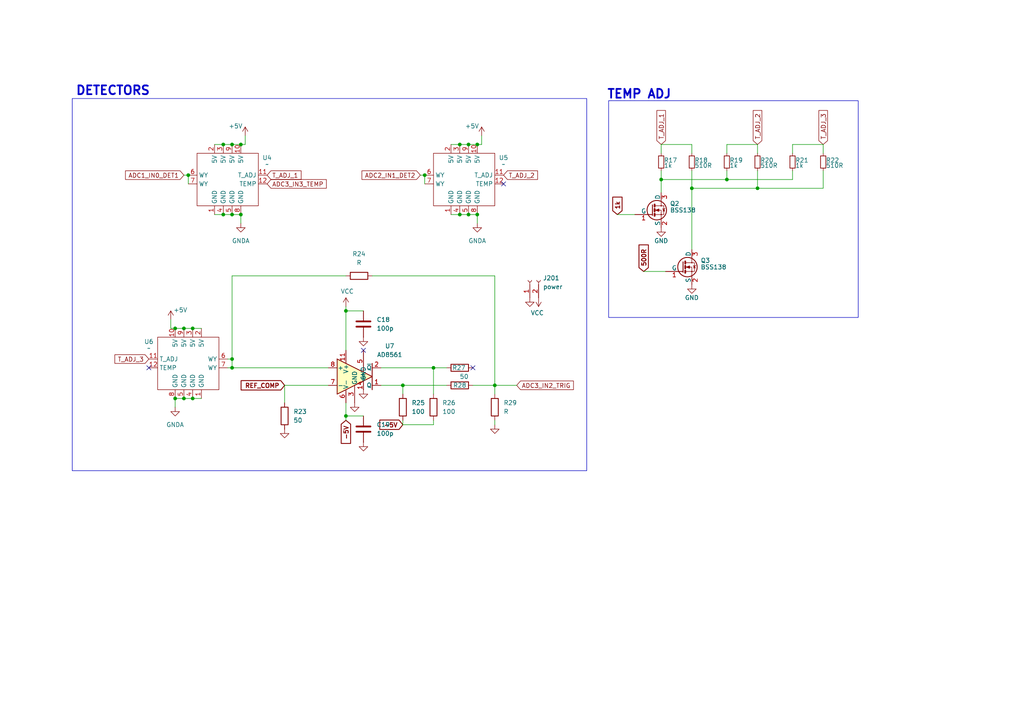
<source format=kicad_sch>
(kicad_sch
	(version 20231120)
	(generator "eeschema")
	(generator_version "8.0")
	(uuid "dd0f3ac7-b6e8-4c15-b543-fce1ed2707d5")
	(paper "A4")
	(lib_symbols
		(symbol "Comparator:AD8561"
			(pin_names
				(offset 0.127)
			)
			(exclude_from_sim no)
			(in_bom yes)
			(on_board yes)
			(property "Reference" "U4"
				(at 10.16 8.8586 0)
				(effects
					(font
						(size 1.27 1.27)
					)
				)
			)
			(property "Value" "AD8561"
				(at 10.16 6.3186 0)
				(effects
					(font
						(size 1.27 1.27)
					)
				)
			)
			(property "Footprint" "Package_SO:QSOP-16_3.9x4.9mm_P0.635mm"
				(at 0 0 0)
				(effects
					(font
						(size 1.27 1.27)
					)
					(hide yes)
				)
			)
			(property "Datasheet" "https://www.analog.com/media/en/technical-documentation/data-sheets/ad8561.pdf"
				(at 0 0 0)
				(effects
					(font
						(size 1.27 1.27)
					)
					(hide yes)
				)
			)
			(property "Description" "Ultrafast 7 ns Single Supply Comparator, DIP-8/SOIC-8/TSSOP-8"
				(at 0 0 0)
				(effects
					(font
						(size 1.27 1.27)
					)
					(hide yes)
				)
			)
			(property "ki_keywords" "cmp complementary push-pull"
				(at 0 0 0)
				(effects
					(font
						(size 1.27 1.27)
					)
					(hide yes)
				)
			)
			(property "ki_fp_filters" "SOIC*3.9x4.9mm*P1.27mm* TSSOP*4.4x3mm*P0.65mm* DIP*W7.62mm*"
				(at 0 0 0)
				(effects
					(font
						(size 1.27 1.27)
					)
					(hide yes)
				)
			)
			(symbol "AD8561_0_1"
				(polyline
					(pts
						(xy 5.08 3.81) (xy 5.08 -3.81)
					)
					(stroke
						(width 0.254)
						(type default)
					)
					(fill
						(type none)
					)
				)
				(polyline
					(pts
						(xy -5.08 5.08) (xy 5.08 0) (xy -5.08 -5.08) (xy -5.08 5.08)
					)
					(stroke
						(width 0.254)
						(type default)
					)
					(fill
						(type background)
					)
				)
			)
			(symbol "AD8561_1_1"
				(pin output line
					(at 7.62 -2.54 180)
					(length 2.54)
					(name "Q"
						(effects
							(font
								(size 1.27 1.27)
							)
						)
					)
					(number "1"
						(effects
							(font
								(size 1.27 1.27)
							)
						)
					)
				)
				(pin power_in line
					(at -2.54 7.62 270)
					(length 3.81)
					(name "V+"
						(effects
							(font
								(size 1.27 1.27)
							)
						)
					)
					(number "11"
						(effects
							(font
								(size 1.27 1.27)
							)
						)
					)
				)
				(pin output line
					(at 2.54 -3.81 90)
					(length 2.54)
					(name "GND"
						(effects
							(font
								(size 1.27 1.27)
							)
						)
					)
					(number "14"
						(effects
							(font
								(size 1.27 1.27)
							)
						)
					)
				)
				(pin output line
					(at 7.62 2.54 180)
					(length 2.54)
					(name "~{Q}"
						(effects
							(font
								(size 1.27 1.27)
							)
						)
					)
					(number "2"
						(effects
							(font
								(size 1.27 1.27)
							)
						)
					)
				)
				(pin power_in line
					(at 0 -7.62 90)
					(length 5.08)
					(name "GND"
						(effects
							(font
								(size 1.27 1.27)
							)
						)
					)
					(number "3"
						(effects
							(font
								(size 1.27 1.27)
							)
						)
					)
				)
				(pin input line
					(at 2.54 7.62 270)
					(length 6.35)
					(name "LATCH"
						(effects
							(font
								(size 0.508 0.508)
							)
						)
					)
					(number "5"
						(effects
							(font
								(size 1.27 1.27)
							)
						)
					)
				)
				(pin power_in line
					(at -2.54 -7.62 90)
					(length 3.81)
					(name "V-"
						(effects
							(font
								(size 1.27 1.27)
							)
						)
					)
					(number "6"
						(effects
							(font
								(size 1.27 1.27)
							)
						)
					)
				)
				(pin input line
					(at -7.62 -2.54 0)
					(length 2.54)
					(name "-"
						(effects
							(font
								(size 1.27 1.27)
							)
						)
					)
					(number "7"
						(effects
							(font
								(size 1.27 1.27)
							)
						)
					)
				)
				(pin input line
					(at -7.62 2.54 0)
					(length 2.54)
					(name "+"
						(effects
							(font
								(size 1.27 1.27)
							)
						)
					)
					(number "8"
						(effects
							(font
								(size 1.27 1.27)
							)
						)
					)
				)
			)
		)
		(symbol "Connector:Conn_01x02_Socket"
			(pin_names
				(offset 1.016) hide)
			(exclude_from_sim no)
			(in_bom yes)
			(on_board yes)
			(property "Reference" "J"
				(at 0 2.54 0)
				(effects
					(font
						(size 1.27 1.27)
					)
				)
			)
			(property "Value" "Conn_01x02_Socket"
				(at 0 -5.08 0)
				(effects
					(font
						(size 1.27 1.27)
					)
				)
			)
			(property "Footprint" ""
				(at 0 0 0)
				(effects
					(font
						(size 1.27 1.27)
					)
					(hide yes)
				)
			)
			(property "Datasheet" "~"
				(at 0 0 0)
				(effects
					(font
						(size 1.27 1.27)
					)
					(hide yes)
				)
			)
			(property "Description" "Generic connector, single row, 01x02, script generated"
				(at 0 0 0)
				(effects
					(font
						(size 1.27 1.27)
					)
					(hide yes)
				)
			)
			(property "ki_locked" ""
				(at 0 0 0)
				(effects
					(font
						(size 1.27 1.27)
					)
				)
			)
			(property "ki_keywords" "connector"
				(at 0 0 0)
				(effects
					(font
						(size 1.27 1.27)
					)
					(hide yes)
				)
			)
			(property "ki_fp_filters" "Connector*:*_1x??_*"
				(at 0 0 0)
				(effects
					(font
						(size 1.27 1.27)
					)
					(hide yes)
				)
			)
			(symbol "Conn_01x02_Socket_1_1"
				(arc
					(start 0 -2.032)
					(mid -0.5058 -2.54)
					(end 0 -3.048)
					(stroke
						(width 0.1524)
						(type default)
					)
					(fill
						(type none)
					)
				)
				(polyline
					(pts
						(xy -1.27 -2.54) (xy -0.508 -2.54)
					)
					(stroke
						(width 0.1524)
						(type default)
					)
					(fill
						(type none)
					)
				)
				(polyline
					(pts
						(xy -1.27 0) (xy -0.508 0)
					)
					(stroke
						(width 0.1524)
						(type default)
					)
					(fill
						(type none)
					)
				)
				(arc
					(start 0 0.508)
					(mid -0.5058 0)
					(end 0 -0.508)
					(stroke
						(width 0.1524)
						(type default)
					)
					(fill
						(type none)
					)
				)
				(pin passive line
					(at -5.08 0 0)
					(length 3.81)
					(name "Pin_1"
						(effects
							(font
								(size 1.27 1.27)
							)
						)
					)
					(number "1"
						(effects
							(font
								(size 1.27 1.27)
							)
						)
					)
				)
				(pin passive line
					(at -5.08 -2.54 0)
					(length 3.81)
					(name "Pin_2"
						(effects
							(font
								(size 1.27 1.27)
							)
						)
					)
					(number "2"
						(effects
							(font
								(size 1.27 1.27)
							)
						)
					)
				)
			)
		)
		(symbol "Device:C"
			(pin_numbers hide)
			(pin_names
				(offset 0.254)
			)
			(exclude_from_sim no)
			(in_bom yes)
			(on_board yes)
			(property "Reference" "C"
				(at 0.635 2.54 0)
				(effects
					(font
						(size 1.27 1.27)
					)
					(justify left)
				)
			)
			(property "Value" "C"
				(at 0.635 -2.54 0)
				(effects
					(font
						(size 1.27 1.27)
					)
					(justify left)
				)
			)
			(property "Footprint" ""
				(at 0.9652 -3.81 0)
				(effects
					(font
						(size 1.27 1.27)
					)
					(hide yes)
				)
			)
			(property "Datasheet" "~"
				(at 0 0 0)
				(effects
					(font
						(size 1.27 1.27)
					)
					(hide yes)
				)
			)
			(property "Description" "Unpolarized capacitor"
				(at 0 0 0)
				(effects
					(font
						(size 1.27 1.27)
					)
					(hide yes)
				)
			)
			(property "ki_keywords" "cap capacitor"
				(at 0 0 0)
				(effects
					(font
						(size 1.27 1.27)
					)
					(hide yes)
				)
			)
			(property "ki_fp_filters" "C_*"
				(at 0 0 0)
				(effects
					(font
						(size 1.27 1.27)
					)
					(hide yes)
				)
			)
			(symbol "C_0_1"
				(polyline
					(pts
						(xy -2.032 -0.762) (xy 2.032 -0.762)
					)
					(stroke
						(width 0.508)
						(type default)
					)
					(fill
						(type none)
					)
				)
				(polyline
					(pts
						(xy -2.032 0.762) (xy 2.032 0.762)
					)
					(stroke
						(width 0.508)
						(type default)
					)
					(fill
						(type none)
					)
				)
			)
			(symbol "C_1_1"
				(pin passive line
					(at 0 3.81 270)
					(length 2.794)
					(name "~"
						(effects
							(font
								(size 1.27 1.27)
							)
						)
					)
					(number "1"
						(effects
							(font
								(size 1.27 1.27)
							)
						)
					)
				)
				(pin passive line
					(at 0 -3.81 90)
					(length 2.794)
					(name "~"
						(effects
							(font
								(size 1.27 1.27)
							)
						)
					)
					(number "2"
						(effects
							(font
								(size 1.27 1.27)
							)
						)
					)
				)
			)
		)
		(symbol "Device:R"
			(pin_numbers hide)
			(pin_names
				(offset 0)
			)
			(exclude_from_sim no)
			(in_bom yes)
			(on_board yes)
			(property "Reference" "R"
				(at 2.032 0 90)
				(effects
					(font
						(size 1.27 1.27)
					)
				)
			)
			(property "Value" "R"
				(at 0 0 90)
				(effects
					(font
						(size 1.27 1.27)
					)
				)
			)
			(property "Footprint" ""
				(at -1.778 0 90)
				(effects
					(font
						(size 1.27 1.27)
					)
					(hide yes)
				)
			)
			(property "Datasheet" "~"
				(at 0 0 0)
				(effects
					(font
						(size 1.27 1.27)
					)
					(hide yes)
				)
			)
			(property "Description" "Resistor"
				(at 0 0 0)
				(effects
					(font
						(size 1.27 1.27)
					)
					(hide yes)
				)
			)
			(property "ki_keywords" "R res resistor"
				(at 0 0 0)
				(effects
					(font
						(size 1.27 1.27)
					)
					(hide yes)
				)
			)
			(property "ki_fp_filters" "R_*"
				(at 0 0 0)
				(effects
					(font
						(size 1.27 1.27)
					)
					(hide yes)
				)
			)
			(symbol "R_0_1"
				(rectangle
					(start -1.016 -2.54)
					(end 1.016 2.54)
					(stroke
						(width 0.254)
						(type default)
					)
					(fill
						(type none)
					)
				)
			)
			(symbol "R_1_1"
				(pin passive line
					(at 0 3.81 270)
					(length 1.27)
					(name "~"
						(effects
							(font
								(size 1.27 1.27)
							)
						)
					)
					(number "1"
						(effects
							(font
								(size 1.27 1.27)
							)
						)
					)
				)
				(pin passive line
					(at 0 -3.81 90)
					(length 1.27)
					(name "~"
						(effects
							(font
								(size 1.27 1.27)
							)
						)
					)
					(number "2"
						(effects
							(font
								(size 1.27 1.27)
							)
						)
					)
				)
			)
		)
		(symbol "Device:R_Small"
			(pin_numbers hide)
			(pin_names
				(offset 0.254) hide)
			(exclude_from_sim no)
			(in_bom yes)
			(on_board yes)
			(property "Reference" "R"
				(at 0.762 0.508 0)
				(effects
					(font
						(size 1.27 1.27)
					)
					(justify left)
				)
			)
			(property "Value" "R_Small"
				(at 0.762 -1.016 0)
				(effects
					(font
						(size 1.27 1.27)
					)
					(justify left)
				)
			)
			(property "Footprint" ""
				(at 0 0 0)
				(effects
					(font
						(size 1.27 1.27)
					)
					(hide yes)
				)
			)
			(property "Datasheet" "~"
				(at 0 0 0)
				(effects
					(font
						(size 1.27 1.27)
					)
					(hide yes)
				)
			)
			(property "Description" "Resistor, small symbol"
				(at 0 0 0)
				(effects
					(font
						(size 1.27 1.27)
					)
					(hide yes)
				)
			)
			(property "ki_keywords" "R resistor"
				(at 0 0 0)
				(effects
					(font
						(size 1.27 1.27)
					)
					(hide yes)
				)
			)
			(property "ki_fp_filters" "R_*"
				(at 0 0 0)
				(effects
					(font
						(size 1.27 1.27)
					)
					(hide yes)
				)
			)
			(symbol "R_Small_0_1"
				(rectangle
					(start -0.762 1.778)
					(end 0.762 -1.778)
					(stroke
						(width 0.2032)
						(type default)
					)
					(fill
						(type none)
					)
				)
			)
			(symbol "R_Small_1_1"
				(pin passive line
					(at 0 2.54 270)
					(length 0.762)
					(name "~"
						(effects
							(font
								(size 1.27 1.27)
							)
						)
					)
					(number "1"
						(effects
							(font
								(size 1.27 1.27)
							)
						)
					)
				)
				(pin passive line
					(at 0 -2.54 90)
					(length 0.762)
					(name "~"
						(effects
							(font
								(size 1.27 1.27)
							)
						)
					)
					(number "2"
						(effects
							(font
								(size 1.27 1.27)
							)
						)
					)
				)
			)
		)
		(symbol "GND_1"
			(power)
			(pin_numbers hide)
			(pin_names
				(offset 0) hide)
			(exclude_from_sim no)
			(in_bom yes)
			(on_board yes)
			(property "Reference" "#PWR"
				(at 0 -6.35 0)
				(effects
					(font
						(size 1.27 1.27)
					)
					(hide yes)
				)
			)
			(property "Value" "GND"
				(at 0 -3.81 0)
				(effects
					(font
						(size 1.27 1.27)
					)
				)
			)
			(property "Footprint" ""
				(at 0 0 0)
				(effects
					(font
						(size 1.27 1.27)
					)
					(hide yes)
				)
			)
			(property "Datasheet" ""
				(at 0 0 0)
				(effects
					(font
						(size 1.27 1.27)
					)
					(hide yes)
				)
			)
			(property "Description" "Power symbol creates a global label with name \"GND\" , ground"
				(at 0 0 0)
				(effects
					(font
						(size 1.27 1.27)
					)
					(hide yes)
				)
			)
			(property "ki_keywords" "global power"
				(at 0 0 0)
				(effects
					(font
						(size 1.27 1.27)
					)
					(hide yes)
				)
			)
			(symbol "GND_1_0_1"
				(polyline
					(pts
						(xy 0 0) (xy 0 -1.27) (xy 1.27 -1.27) (xy 0 -2.54) (xy -1.27 -1.27) (xy 0 -1.27)
					)
					(stroke
						(width 0)
						(type default)
					)
					(fill
						(type none)
					)
				)
			)
			(symbol "GND_1_1_1"
				(pin power_in line
					(at 0 0 270)
					(length 0)
					(name "~"
						(effects
							(font
								(size 1.27 1.27)
							)
						)
					)
					(number "1"
						(effects
							(font
								(size 1.27 1.27)
							)
						)
					)
				)
			)
		)
		(symbol "Power-meter-rescue:BSS138-Power-meter-rescue"
			(pin_names
				(offset 0)
			)
			(exclude_from_sim no)
			(in_bom yes)
			(on_board yes)
			(property "Reference" "Q"
				(at 5.08 1.905 0)
				(effects
					(font
						(size 1.27 1.27)
					)
					(justify left)
				)
			)
			(property "Value" "BSS138-Power-meter-rescue"
				(at 5.08 0 0)
				(effects
					(font
						(size 1.27 1.27)
					)
					(justify left)
				)
			)
			(property "Footprint" "TO_SOT_Packages_SMD:SOT-23"
				(at 5.08 -1.905 0)
				(effects
					(font
						(size 1.27 1.27)
						(italic yes)
					)
					(justify left)
					(hide yes)
				)
			)
			(property "Datasheet" ""
				(at 0 0 0)
				(effects
					(font
						(size 1.27 1.27)
					)
					(justify left)
				)
			)
			(property "Description" ""
				(at 0 0 0)
				(effects
					(font
						(size 1.27 1.27)
					)
					(hide yes)
				)
			)
			(property "ki_fp_filters" "SOT-23*"
				(at 0 0 0)
				(effects
					(font
						(size 1.27 1.27)
					)
					(hide yes)
				)
			)
			(symbol "BSS138-Power-meter-rescue_0_1"
				(polyline
					(pts
						(xy 0.635 -1.016) (xy 0.635 -1.651)
					)
					(stroke
						(width 0.508)
						(type default)
					)
					(fill
						(type none)
					)
				)
				(polyline
					(pts
						(xy 0.635 0.381) (xy 0.635 -0.381)
					)
					(stroke
						(width 0.508)
						(type default)
					)
					(fill
						(type none)
					)
				)
				(polyline
					(pts
						(xy 0.635 1.651) (xy 0.635 1.016)
					)
					(stroke
						(width 0.508)
						(type default)
					)
					(fill
						(type none)
					)
				)
				(polyline
					(pts
						(xy 3.048 0.381) (xy 2.921 0.254)
					)
					(stroke
						(width 0)
						(type default)
					)
					(fill
						(type none)
					)
				)
				(polyline
					(pts
						(xy 3.048 0.381) (xy 3.556 0.381)
					)
					(stroke
						(width 0)
						(type default)
					)
					(fill
						(type none)
					)
				)
				(polyline
					(pts
						(xy 3.556 0.381) (xy 3.683 0.508)
					)
					(stroke
						(width 0)
						(type default)
					)
					(fill
						(type none)
					)
				)
				(polyline
					(pts
						(xy 0 1.524) (xy 0 -1.524) (xy 0 -1.524)
					)
					(stroke
						(width 0.254)
						(type default)
					)
					(fill
						(type none)
					)
				)
				(polyline
					(pts
						(xy 0.762 -1.27) (xy 2.54 -1.27) (xy 2.54 -2.54) (xy 2.54 -2.54)
					)
					(stroke
						(width 0)
						(type default)
					)
					(fill
						(type none)
					)
				)
				(polyline
					(pts
						(xy 0.762 1.27) (xy 2.54 1.27) (xy 2.54 2.54) (xy 2.54 2.54)
					)
					(stroke
						(width 0)
						(type default)
					)
					(fill
						(type none)
					)
				)
				(polyline
					(pts
						(xy 2.54 1.27) (xy 3.302 1.27) (xy 3.302 -1.27) (xy 2.54 -1.27)
					)
					(stroke
						(width 0)
						(type default)
					)
					(fill
						(type none)
					)
				)
				(polyline
					(pts
						(xy 3.302 0.381) (xy 3.048 -0.254) (xy 3.556 -0.254) (xy 3.302 0.381)
					)
					(stroke
						(width 0)
						(type default)
					)
					(fill
						(type outline)
					)
				)
				(polyline
					(pts
						(xy 0.762 0) (xy 1.27 0) (xy 2.54 0) (xy 2.54 -1.27) (xy 2.54 -1.27)
					)
					(stroke
						(width 0)
						(type default)
					)
					(fill
						(type none)
					)
				)
				(polyline
					(pts
						(xy 0.889 0) (xy 1.905 0.381) (xy 1.905 -0.381) (xy 0.889 0) (xy 1.016 0) (xy 1.016 0)
					)
					(stroke
						(width 0)
						(type default)
					)
					(fill
						(type outline)
					)
				)
				(circle
					(center 1.27 0)
					(radius 2.8194)
					(stroke
						(width 0.254)
						(type default)
					)
					(fill
						(type none)
					)
				)
				(circle
					(center 2.54 -1.27)
					(radius 0.127)
					(stroke
						(width 0)
						(type default)
					)
					(fill
						(type none)
					)
				)
				(circle
					(center 2.54 1.27)
					(radius 0.127)
					(stroke
						(width 0)
						(type default)
					)
					(fill
						(type none)
					)
				)
			)
			(symbol "BSS138-Power-meter-rescue_1_1"
				(pin passive line
					(at -5.08 -1.27 0)
					(length 5.08)
					(name "G"
						(effects
							(font
								(size 1.27 1.27)
							)
						)
					)
					(number "1"
						(effects
							(font
								(size 1.27 1.27)
							)
						)
					)
				)
				(pin passive line
					(at 2.54 -5.08 90)
					(length 2.54)
					(name "S"
						(effects
							(font
								(size 1.27 1.27)
							)
						)
					)
					(number "2"
						(effects
							(font
								(size 1.27 1.27)
							)
						)
					)
				)
				(pin passive line
					(at 2.54 5.08 270)
					(length 2.54)
					(name "D"
						(effects
							(font
								(size 1.27 1.27)
							)
						)
					)
					(number "3"
						(effects
							(font
								(size 1.27 1.27)
							)
						)
					)
				)
			)
		)
		(symbol "detektor_AD8318_1"
			(exclude_from_sim no)
			(in_bom yes)
			(on_board yes)
			(property "Reference" "U5"
				(at 10.16 -1.3014 0)
				(effects
					(font
						(size 1.27 1.27)
					)
				)
			)
			(property "Value" "~"
				(at 10.16 -3.2065 0)
				(effects
					(font
						(size 1.27 1.27)
					)
				)
			)
			(property "Footprint" ""
				(at 0 0 0)
				(effects
					(font
						(size 1.27 1.27)
					)
					(hide yes)
				)
			)
			(property "Datasheet" ""
				(at 0 0 0)
				(effects
					(font
						(size 1.27 1.27)
					)
					(hide yes)
				)
			)
			(property "Description" ""
				(at 0 0 0)
				(effects
					(font
						(size 1.27 1.27)
					)
					(hide yes)
				)
			)
			(symbol "detektor_AD8318_1_0_1"
				(rectangle
					(start -10.16 0)
					(end 7.62 -15.24)
					(stroke
						(width 0)
						(type default)
					)
					(fill
						(type none)
					)
				)
			)
			(symbol "detektor_AD8318_1_1_1"
				(pin input line
					(at -5.08 -17.78 90)
					(length 2.54)
					(name "GND"
						(effects
							(font
								(size 1.27 1.27)
							)
						)
					)
					(number "1"
						(effects
							(font
								(size 1.27 1.27)
							)
						)
					)
				)
				(pin input line
					(at 2.54 2.54 270)
					(length 2.54)
					(name "5V"
						(effects
							(font
								(size 1.27 1.27)
							)
						)
					)
					(number "10"
						(effects
							(font
								(size 1.27 1.27)
							)
						)
					)
				)
				(pin input line
					(at 10.16 -6.35 180)
					(length 2.54)
					(name "T_ADJ"
						(effects
							(font
								(size 1.27 1.27)
							)
						)
					)
					(number "11"
						(effects
							(font
								(size 1.27 1.27)
							)
						)
					)
				)
				(pin input line
					(at 10.16 -8.89 180)
					(length 2.54)
					(name "TEMP"
						(effects
							(font
								(size 1.27 1.27)
							)
						)
					)
					(number "12"
						(effects
							(font
								(size 1.27 1.27)
							)
						)
					)
				)
				(pin input line
					(at -5.08 2.54 270)
					(length 2.54)
					(name "5V"
						(effects
							(font
								(size 1.27 1.27)
							)
						)
					)
					(number "2"
						(effects
							(font
								(size 1.27 1.27)
							)
						)
					)
				)
				(pin input line
					(at -2.54 2.54 270)
					(length 2.54)
					(name "5V"
						(effects
							(font
								(size 1.27 1.27)
							)
						)
					)
					(number "3"
						(effects
							(font
								(size 1.27 1.27)
							)
						)
					)
				)
				(pin input line
					(at -2.54 -17.78 90)
					(length 2.54)
					(name "GND"
						(effects
							(font
								(size 1.27 1.27)
							)
						)
					)
					(number "4"
						(effects
							(font
								(size 1.27 1.27)
							)
						)
					)
				)
				(pin input line
					(at 0 -17.78 90)
					(length 2.54)
					(name "GND"
						(effects
							(font
								(size 1.27 1.27)
							)
						)
					)
					(number "5"
						(effects
							(font
								(size 1.27 1.27)
							)
						)
					)
				)
				(pin input line
					(at -12.7 -6.35 0)
					(length 2.54)
					(name "WY"
						(effects
							(font
								(size 1.27 1.27)
							)
						)
					)
					(number "6"
						(effects
							(font
								(size 1.27 1.27)
							)
						)
					)
				)
				(pin input line
					(at -12.7 -8.89 0)
					(length 2.54)
					(name "WY"
						(effects
							(font
								(size 1.27 1.27)
							)
						)
					)
					(number "7"
						(effects
							(font
								(size 1.27 1.27)
							)
						)
					)
				)
				(pin input line
					(at 2.54 -17.78 90)
					(length 2.54)
					(name "GND"
						(effects
							(font
								(size 1.27 1.27)
							)
						)
					)
					(number "8"
						(effects
							(font
								(size 1.27 1.27)
							)
						)
					)
				)
				(pin input line
					(at 0 2.54 270)
					(length 2.54)
					(name "5V"
						(effects
							(font
								(size 1.27 1.27)
							)
						)
					)
					(number "9"
						(effects
							(font
								(size 1.27 1.27)
							)
						)
					)
				)
			)
		)
		(symbol "detektor_AD8318_2"
			(exclude_from_sim no)
			(in_bom yes)
			(on_board yes)
			(property "Reference" "U4"
				(at 10.16 -1.3014 0)
				(effects
					(font
						(size 1.27 1.27)
					)
				)
			)
			(property "Value" "~"
				(at 10.16 -3.2065 0)
				(effects
					(font
						(size 1.27 1.27)
					)
				)
			)
			(property "Footprint" ""
				(at 0 0 0)
				(effects
					(font
						(size 1.27 1.27)
					)
					(hide yes)
				)
			)
			(property "Datasheet" ""
				(at 0 0 0)
				(effects
					(font
						(size 1.27 1.27)
					)
					(hide yes)
				)
			)
			(property "Description" ""
				(at 0 0 0)
				(effects
					(font
						(size 1.27 1.27)
					)
					(hide yes)
				)
			)
			(symbol "detektor_AD8318_2_0_1"
				(rectangle
					(start -10.16 0)
					(end 7.62 -15.24)
					(stroke
						(width 0)
						(type default)
					)
					(fill
						(type none)
					)
				)
			)
			(symbol "detektor_AD8318_2_1_1"
				(pin input line
					(at -5.08 -17.78 90)
					(length 2.54)
					(name "GND"
						(effects
							(font
								(size 1.27 1.27)
							)
						)
					)
					(number "1"
						(effects
							(font
								(size 1.27 1.27)
							)
						)
					)
				)
				(pin input line
					(at 2.54 2.54 270)
					(length 2.54)
					(name "5V"
						(effects
							(font
								(size 1.27 1.27)
							)
						)
					)
					(number "10"
						(effects
							(font
								(size 1.27 1.27)
							)
						)
					)
				)
				(pin input line
					(at 10.16 -6.35 180)
					(length 2.54)
					(name "T_ADJ"
						(effects
							(font
								(size 1.27 1.27)
							)
						)
					)
					(number "11"
						(effects
							(font
								(size 1.27 1.27)
							)
						)
					)
				)
				(pin input line
					(at 10.16 -8.89 180)
					(length 2.54)
					(name "TEMP"
						(effects
							(font
								(size 1.27 1.27)
							)
						)
					)
					(number "12"
						(effects
							(font
								(size 1.27 1.27)
							)
						)
					)
				)
				(pin input line
					(at -5.08 2.54 270)
					(length 2.54)
					(name "5V"
						(effects
							(font
								(size 1.27 1.27)
							)
						)
					)
					(number "2"
						(effects
							(font
								(size 1.27 1.27)
							)
						)
					)
				)
				(pin input line
					(at -2.54 2.54 270)
					(length 2.54)
					(name "5V"
						(effects
							(font
								(size 1.27 1.27)
							)
						)
					)
					(number "3"
						(effects
							(font
								(size 1.27 1.27)
							)
						)
					)
				)
				(pin input line
					(at -2.54 -17.78 90)
					(length 2.54)
					(name "GND"
						(effects
							(font
								(size 1.27 1.27)
							)
						)
					)
					(number "4"
						(effects
							(font
								(size 1.27 1.27)
							)
						)
					)
				)
				(pin input line
					(at 0 -17.78 90)
					(length 2.54)
					(name "GND"
						(effects
							(font
								(size 1.27 1.27)
							)
						)
					)
					(number "5"
						(effects
							(font
								(size 1.27 1.27)
							)
						)
					)
				)
				(pin input line
					(at -12.7 -6.35 0)
					(length 2.54)
					(name "WY"
						(effects
							(font
								(size 1.27 1.27)
							)
						)
					)
					(number "6"
						(effects
							(font
								(size 1.27 1.27)
							)
						)
					)
				)
				(pin input line
					(at -12.7 -8.89 0)
					(length 2.54)
					(name "WY"
						(effects
							(font
								(size 1.27 1.27)
							)
						)
					)
					(number "7"
						(effects
							(font
								(size 1.27 1.27)
							)
						)
					)
				)
				(pin input line
					(at 2.54 -17.78 90)
					(length 2.54)
					(name "GND"
						(effects
							(font
								(size 1.27 1.27)
							)
						)
					)
					(number "8"
						(effects
							(font
								(size 1.27 1.27)
							)
						)
					)
				)
				(pin input line
					(at 0 2.54 270)
					(length 2.54)
					(name "5V"
						(effects
							(font
								(size 1.27 1.27)
							)
						)
					)
					(number "9"
						(effects
							(font
								(size 1.27 1.27)
							)
						)
					)
				)
			)
		)
		(symbol "moja:detektor_AD8318"
			(exclude_from_sim no)
			(in_bom yes)
			(on_board yes)
			(property "Reference" "U6"
				(at 10.16 -1.3014 0)
				(effects
					(font
						(size 1.27 1.27)
					)
				)
			)
			(property "Value" "~"
				(at 10.16 -3.2065 0)
				(effects
					(font
						(size 1.27 1.27)
					)
				)
			)
			(property "Footprint" ""
				(at 0 0 0)
				(effects
					(font
						(size 1.27 1.27)
					)
					(hide yes)
				)
			)
			(property "Datasheet" ""
				(at 0 0 0)
				(effects
					(font
						(size 1.27 1.27)
					)
					(hide yes)
				)
			)
			(property "Description" ""
				(at 0 0 0)
				(effects
					(font
						(size 1.27 1.27)
					)
					(hide yes)
				)
			)
			(symbol "detektor_AD8318_0_1"
				(rectangle
					(start -10.16 0)
					(end 7.62 -15.24)
					(stroke
						(width 0)
						(type default)
					)
					(fill
						(type none)
					)
				)
			)
			(symbol "detektor_AD8318_1_1"
				(pin input line
					(at -5.08 -17.78 90)
					(length 2.54)
					(name "GND"
						(effects
							(font
								(size 1.27 1.27)
							)
						)
					)
					(number "1"
						(effects
							(font
								(size 1.27 1.27)
							)
						)
					)
				)
				(pin input line
					(at 2.54 2.54 270)
					(length 2.54)
					(name "5V"
						(effects
							(font
								(size 1.27 1.27)
							)
						)
					)
					(number "10"
						(effects
							(font
								(size 1.27 1.27)
							)
						)
					)
				)
				(pin input line
					(at 10.16 -6.35 180)
					(length 2.54)
					(name "T_ADJ"
						(effects
							(font
								(size 1.27 1.27)
							)
						)
					)
					(number "11"
						(effects
							(font
								(size 1.27 1.27)
							)
						)
					)
				)
				(pin input line
					(at 10.16 -8.89 180)
					(length 2.54)
					(name "TEMP"
						(effects
							(font
								(size 1.27 1.27)
							)
						)
					)
					(number "12"
						(effects
							(font
								(size 1.27 1.27)
							)
						)
					)
				)
				(pin input line
					(at -5.08 2.54 270)
					(length 2.54)
					(name "5V"
						(effects
							(font
								(size 1.27 1.27)
							)
						)
					)
					(number "2"
						(effects
							(font
								(size 1.27 1.27)
							)
						)
					)
				)
				(pin input line
					(at -2.54 2.54 270)
					(length 2.54)
					(name "5V"
						(effects
							(font
								(size 1.27 1.27)
							)
						)
					)
					(number "3"
						(effects
							(font
								(size 1.27 1.27)
							)
						)
					)
				)
				(pin input line
					(at -2.54 -17.78 90)
					(length 2.54)
					(name "GND"
						(effects
							(font
								(size 1.27 1.27)
							)
						)
					)
					(number "4"
						(effects
							(font
								(size 1.27 1.27)
							)
						)
					)
				)
				(pin input line
					(at 0 -17.78 90)
					(length 2.54)
					(name "GND"
						(effects
							(font
								(size 1.27 1.27)
							)
						)
					)
					(number "5"
						(effects
							(font
								(size 1.27 1.27)
							)
						)
					)
				)
				(pin input line
					(at -12.7 -6.35 0)
					(length 2.54)
					(name "WY"
						(effects
							(font
								(size 1.27 1.27)
							)
						)
					)
					(number "6"
						(effects
							(font
								(size 1.27 1.27)
							)
						)
					)
				)
				(pin input line
					(at -12.7 -8.89 0)
					(length 2.54)
					(name "WY"
						(effects
							(font
								(size 1.27 1.27)
							)
						)
					)
					(number "7"
						(effects
							(font
								(size 1.27 1.27)
							)
						)
					)
				)
				(pin input line
					(at 2.54 -17.78 90)
					(length 2.54)
					(name "GND"
						(effects
							(font
								(size 1.27 1.27)
							)
						)
					)
					(number "8"
						(effects
							(font
								(size 1.27 1.27)
							)
						)
					)
				)
				(pin input line
					(at 0 2.54 270)
					(length 2.54)
					(name "5V"
						(effects
							(font
								(size 1.27 1.27)
							)
						)
					)
					(number "9"
						(effects
							(font
								(size 1.27 1.27)
							)
						)
					)
				)
			)
		)
		(symbol "power:+5V"
			(power)
			(pin_names
				(offset 0)
			)
			(exclude_from_sim no)
			(in_bom yes)
			(on_board yes)
			(property "Reference" "#PWR"
				(at 0 -3.81 0)
				(effects
					(font
						(size 1.27 1.27)
					)
					(hide yes)
				)
			)
			(property "Value" "+5V"
				(at 0 3.556 0)
				(effects
					(font
						(size 1.27 1.27)
					)
				)
			)
			(property "Footprint" ""
				(at 0 0 0)
				(effects
					(font
						(size 1.27 1.27)
					)
					(hide yes)
				)
			)
			(property "Datasheet" ""
				(at 0 0 0)
				(effects
					(font
						(size 1.27 1.27)
					)
					(hide yes)
				)
			)
			(property "Description" "Power symbol creates a global label with name \"+5V\""
				(at 0 0 0)
				(effects
					(font
						(size 1.27 1.27)
					)
					(hide yes)
				)
			)
			(property "ki_keywords" "global power"
				(at 0 0 0)
				(effects
					(font
						(size 1.27 1.27)
					)
					(hide yes)
				)
			)
			(symbol "+5V_0_1"
				(polyline
					(pts
						(xy -0.762 1.27) (xy 0 2.54)
					)
					(stroke
						(width 0)
						(type default)
					)
					(fill
						(type none)
					)
				)
				(polyline
					(pts
						(xy 0 0) (xy 0 2.54)
					)
					(stroke
						(width 0)
						(type default)
					)
					(fill
						(type none)
					)
				)
				(polyline
					(pts
						(xy 0 2.54) (xy 0.762 1.27)
					)
					(stroke
						(width 0)
						(type default)
					)
					(fill
						(type none)
					)
				)
			)
			(symbol "+5V_1_1"
				(pin power_in line
					(at 0 0 90)
					(length 0) hide
					(name "+5V"
						(effects
							(font
								(size 1.27 1.27)
							)
						)
					)
					(number "1"
						(effects
							(font
								(size 1.27 1.27)
							)
						)
					)
				)
			)
		)
		(symbol "power:GND"
			(power)
			(pin_names
				(offset 0)
			)
			(exclude_from_sim no)
			(in_bom yes)
			(on_board yes)
			(property "Reference" "#PWR"
				(at 0 -6.35 0)
				(effects
					(font
						(size 1.27 1.27)
					)
					(hide yes)
				)
			)
			(property "Value" "GND"
				(at 0 -3.81 0)
				(effects
					(font
						(size 1.27 1.27)
					)
				)
			)
			(property "Footprint" ""
				(at 0 0 0)
				(effects
					(font
						(size 1.27 1.27)
					)
					(hide yes)
				)
			)
			(property "Datasheet" ""
				(at 0 0 0)
				(effects
					(font
						(size 1.27 1.27)
					)
					(hide yes)
				)
			)
			(property "Description" "Power symbol creates a global label with name \"GND\" , ground"
				(at 0 0 0)
				(effects
					(font
						(size 1.27 1.27)
					)
					(hide yes)
				)
			)
			(property "ki_keywords" "global power"
				(at 0 0 0)
				(effects
					(font
						(size 1.27 1.27)
					)
					(hide yes)
				)
			)
			(symbol "GND_0_1"
				(polyline
					(pts
						(xy 0 0) (xy 0 -1.27) (xy 1.27 -1.27) (xy 0 -2.54) (xy -1.27 -1.27) (xy 0 -1.27)
					)
					(stroke
						(width 0)
						(type default)
					)
					(fill
						(type none)
					)
				)
			)
			(symbol "GND_1_1"
				(pin power_in line
					(at 0 0 270)
					(length 0) hide
					(name "GND"
						(effects
							(font
								(size 1.27 1.27)
							)
						)
					)
					(number "1"
						(effects
							(font
								(size 1.27 1.27)
							)
						)
					)
				)
			)
		)
		(symbol "power:GNDA"
			(power)
			(pin_numbers hide)
			(pin_names
				(offset 0) hide)
			(exclude_from_sim no)
			(in_bom yes)
			(on_board yes)
			(property "Reference" "#PWR"
				(at 0 -6.35 0)
				(effects
					(font
						(size 1.27 1.27)
					)
					(hide yes)
				)
			)
			(property "Value" "GNDA"
				(at 0 -3.81 0)
				(effects
					(font
						(size 1.27 1.27)
					)
				)
			)
			(property "Footprint" ""
				(at 0 0 0)
				(effects
					(font
						(size 1.27 1.27)
					)
					(hide yes)
				)
			)
			(property "Datasheet" ""
				(at 0 0 0)
				(effects
					(font
						(size 1.27 1.27)
					)
					(hide yes)
				)
			)
			(property "Description" "Power symbol creates a global label with name \"GNDA\" , analog ground"
				(at 0 0 0)
				(effects
					(font
						(size 1.27 1.27)
					)
					(hide yes)
				)
			)
			(property "ki_keywords" "global power"
				(at 0 0 0)
				(effects
					(font
						(size 1.27 1.27)
					)
					(hide yes)
				)
			)
			(symbol "GNDA_0_1"
				(polyline
					(pts
						(xy 0 0) (xy 0 -1.27) (xy 1.27 -1.27) (xy 0 -2.54) (xy -1.27 -1.27) (xy 0 -1.27)
					)
					(stroke
						(width 0)
						(type default)
					)
					(fill
						(type none)
					)
				)
			)
			(symbol "GNDA_1_1"
				(pin power_in line
					(at 0 0 270)
					(length 0)
					(name "~"
						(effects
							(font
								(size 1.27 1.27)
							)
						)
					)
					(number "1"
						(effects
							(font
								(size 1.27 1.27)
							)
						)
					)
				)
			)
		)
		(symbol "power:VCC"
			(power)
			(pin_names
				(offset 0)
			)
			(exclude_from_sim no)
			(in_bom yes)
			(on_board yes)
			(property "Reference" "#PWR"
				(at 0 -3.81 0)
				(effects
					(font
						(size 1.27 1.27)
					)
					(hide yes)
				)
			)
			(property "Value" "VCC"
				(at 0 3.81 0)
				(effects
					(font
						(size 1.27 1.27)
					)
				)
			)
			(property "Footprint" ""
				(at 0 0 0)
				(effects
					(font
						(size 1.27 1.27)
					)
					(hide yes)
				)
			)
			(property "Datasheet" ""
				(at 0 0 0)
				(effects
					(font
						(size 1.27 1.27)
					)
					(hide yes)
				)
			)
			(property "Description" "Power symbol creates a global label with name \"VCC\""
				(at 0 0 0)
				(effects
					(font
						(size 1.27 1.27)
					)
					(hide yes)
				)
			)
			(property "ki_keywords" "global power"
				(at 0 0 0)
				(effects
					(font
						(size 1.27 1.27)
					)
					(hide yes)
				)
			)
			(symbol "VCC_0_1"
				(polyline
					(pts
						(xy -0.762 1.27) (xy 0 2.54)
					)
					(stroke
						(width 0)
						(type default)
					)
					(fill
						(type none)
					)
				)
				(polyline
					(pts
						(xy 0 0) (xy 0 2.54)
					)
					(stroke
						(width 0)
						(type default)
					)
					(fill
						(type none)
					)
				)
				(polyline
					(pts
						(xy 0 2.54) (xy 0.762 1.27)
					)
					(stroke
						(width 0)
						(type default)
					)
					(fill
						(type none)
					)
				)
			)
			(symbol "VCC_1_1"
				(pin power_in line
					(at 0 0 90)
					(length 0) hide
					(name "VCC"
						(effects
							(font
								(size 1.27 1.27)
							)
						)
					)
					(number "1"
						(effects
							(font
								(size 1.27 1.27)
							)
						)
					)
				)
			)
		)
	)
	(junction
		(at 67.31 62.23)
		(diameter 0)
		(color 0 0 0 0)
		(uuid "07343770-b205-4872-aef9-4db0a48486fc")
	)
	(junction
		(at 55.88 95.25)
		(diameter 0)
		(color 0 0 0 0)
		(uuid "0c16e7c2-a90b-4e7b-8de7-66c8091ecc41")
	)
	(junction
		(at 69.85 41.91)
		(diameter 0)
		(color 0 0 0 0)
		(uuid "10f6ead8-988d-4b21-b152-d0bf27c70166")
	)
	(junction
		(at 69.85 62.23)
		(diameter 0)
		(color 0 0 0 0)
		(uuid "180b6283-df48-4d57-9a4a-b64db88958bf")
	)
	(junction
		(at 125.73 106.68)
		(diameter 0)
		(color 0 0 0 0)
		(uuid "255b89cf-5139-4f93-9398-8f44d9cf8456")
	)
	(junction
		(at 191.77 52.07)
		(diameter 0)
		(color 0 0 0 0)
		(uuid "2f025aa3-8e2d-46dd-bba8-8cd387a67b2e")
	)
	(junction
		(at 200.66 54.61)
		(diameter 0)
		(color 0 0 0 0)
		(uuid "3168f612-f67b-41a8-bf53-326ebbfb8f1b")
	)
	(junction
		(at 135.89 62.23)
		(diameter 0)
		(color 0 0 0 0)
		(uuid "34f51c95-26d2-477c-9ae2-e695e2043470")
	)
	(junction
		(at 123.19 50.8)
		(diameter 0)
		(color 0 0 0 0)
		(uuid "366f1860-7de8-4ab2-86d8-63dc72471b22")
	)
	(junction
		(at 55.88 115.57)
		(diameter 0)
		(color 0 0 0 0)
		(uuid "36e016f9-30a5-42ee-8938-b4aa15fd2b1d")
	)
	(junction
		(at 100.33 90.17)
		(diameter 0)
		(color 0 0 0 0)
		(uuid "3920a4b0-d25a-42b9-80f8-1bfc2d8c081f")
	)
	(junction
		(at 50.8 95.25)
		(diameter 0)
		(color 0 0 0 0)
		(uuid "466bbb2a-933d-493b-bcef-f73acd98e42d")
	)
	(junction
		(at 64.77 62.23)
		(diameter 0)
		(color 0 0 0 0)
		(uuid "4980ad26-4fe6-4fe5-8af9-f5985f642a5c")
	)
	(junction
		(at 100.33 120.65)
		(diameter 0)
		(color 0 0 0 0)
		(uuid "49fd0289-b927-4d4e-b7f2-4df941fcc12d")
	)
	(junction
		(at 135.89 41.91)
		(diameter 0)
		(color 0 0 0 0)
		(uuid "54260da7-94c7-439e-8358-6ac56f8147d0")
	)
	(junction
		(at 116.84 111.76)
		(diameter 0)
		(color 0 0 0 0)
		(uuid "54e6c6c6-1ae1-4f26-a7a9-5cf31cb630fb")
	)
	(junction
		(at 50.8 115.57)
		(diameter 0)
		(color 0 0 0 0)
		(uuid "5b0df504-103f-48a9-bf1e-a1c2dc72b7b1")
	)
	(junction
		(at 133.35 62.23)
		(diameter 0)
		(color 0 0 0 0)
		(uuid "63a7cf41-7fb3-48b2-904b-92ec5557623c")
	)
	(junction
		(at 53.34 115.57)
		(diameter 0)
		(color 0 0 0 0)
		(uuid "66cd471b-f568-4677-8f56-9d468ccd2784")
	)
	(junction
		(at 54.61 50.8)
		(diameter 0)
		(color 0 0 0 0)
		(uuid "8133dac8-e517-4096-9c2c-4cfb6f79b480")
	)
	(junction
		(at 138.43 41.91)
		(diameter 0)
		(color 0 0 0 0)
		(uuid "958e0b02-7130-4750-a6a6-d85db99a228b")
	)
	(junction
		(at 133.35 41.91)
		(diameter 0)
		(color 0 0 0 0)
		(uuid "b283a155-aabd-48f7-9c1d-6a1e43fecf0b")
	)
	(junction
		(at 143.51 111.76)
		(diameter 0)
		(color 0 0 0 0)
		(uuid "b3245526-129c-4286-a56f-b9975446212f")
	)
	(junction
		(at 67.31 41.91)
		(diameter 0)
		(color 0 0 0 0)
		(uuid "b7adb04b-baf1-4dce-bd5a-d9663d3807ff")
	)
	(junction
		(at 53.34 95.25)
		(diameter 0)
		(color 0 0 0 0)
		(uuid "b95d28aa-593e-4841-ae28-557d0b4700d2")
	)
	(junction
		(at 64.77 41.91)
		(diameter 0)
		(color 0 0 0 0)
		(uuid "bc0403dc-868c-44f0-88ba-4f5b37bf324e")
	)
	(junction
		(at 219.71 54.61)
		(diameter 0)
		(color 0 0 0 0)
		(uuid "c9bbdcee-e65d-4a94-826a-8b233474573e")
	)
	(junction
		(at 67.31 104.14)
		(diameter 0)
		(color 0 0 0 0)
		(uuid "cdb97e4f-364f-424d-839c-fb74bd9cdd1c")
	)
	(junction
		(at 67.31 106.68)
		(diameter 0)
		(color 0 0 0 0)
		(uuid "d56bfebe-9c9f-4418-adac-f232cf65c9dd")
	)
	(junction
		(at 210.82 52.07)
		(diameter 0)
		(color 0 0 0 0)
		(uuid "eced92f1-ca82-487b-b717-e187c2db9fc0")
	)
	(junction
		(at 138.43 62.23)
		(diameter 0)
		(color 0 0 0 0)
		(uuid "fa762dfa-893d-4874-9c04-44ba0af64177")
	)
	(no_connect
		(at 146.05 53.34)
		(uuid "09374551-5b80-459d-86c7-2a9bfb8dc489")
	)
	(no_connect
		(at 105.41 101.6)
		(uuid "4bac872e-2928-4cc5-8ff3-72ec2627854b")
	)
	(no_connect
		(at 43.18 106.68)
		(uuid "7024561e-2f4f-4c6f-b695-64fc1f47a626")
	)
	(no_connect
		(at 137.16 106.68)
		(uuid "800cdf67-fd68-4894-9794-0c672a671f40")
	)
	(wire
		(pts
			(xy 55.88 95.25) (xy 58.42 95.25)
		)
		(stroke
			(width 0)
			(type default)
		)
		(uuid "011ec3e5-d59e-4339-b156-f125b244d498")
	)
	(wire
		(pts
			(xy 100.33 90.17) (xy 105.41 90.17)
		)
		(stroke
			(width 0)
			(type default)
		)
		(uuid "0689bec6-a476-42eb-b97a-aa76afb5bf9a")
	)
	(wire
		(pts
			(xy 53.34 115.57) (xy 50.8 115.57)
		)
		(stroke
			(width 0)
			(type default)
		)
		(uuid "0725e604-69c7-4325-9839-d0cfa0c3ecd0")
	)
	(wire
		(pts
			(xy 62.23 62.23) (xy 64.77 62.23)
		)
		(stroke
			(width 0)
			(type default)
		)
		(uuid "0b499b9b-3400-45fb-a608-9b6b8d904a37")
	)
	(wire
		(pts
			(xy 82.55 111.76) (xy 95.25 111.76)
		)
		(stroke
			(width 0)
			(type default)
		)
		(uuid "0ba0792c-83a7-47e1-8248-4ff1d8be871f")
	)
	(wire
		(pts
			(xy 219.71 54.61) (xy 219.71 49.53)
		)
		(stroke
			(width 0)
			(type default)
		)
		(uuid "0c9ecc63-5380-4f54-88c8-3ff138b59cf2")
	)
	(wire
		(pts
			(xy 133.35 41.91) (xy 135.89 41.91)
		)
		(stroke
			(width 0)
			(type default)
		)
		(uuid "10505947-55e9-4970-bd9c-bf018b655aca")
	)
	(wire
		(pts
			(xy 67.31 41.91) (xy 69.85 41.91)
		)
		(stroke
			(width 0)
			(type default)
		)
		(uuid "15313b42-1e8f-46d5-a776-d2fbd301ffd0")
	)
	(wire
		(pts
			(xy 107.95 80.01) (xy 143.51 80.01)
		)
		(stroke
			(width 0)
			(type default)
		)
		(uuid "1930d5e7-1dfe-4322-ac35-e62f7e231d9f")
	)
	(wire
		(pts
			(xy 210.82 52.07) (xy 229.87 52.07)
		)
		(stroke
			(width 0)
			(type default)
		)
		(uuid "1f2324ae-1798-4c09-8a15-4a1d79dc71d2")
	)
	(wire
		(pts
			(xy 143.51 80.01) (xy 143.51 111.76)
		)
		(stroke
			(width 0)
			(type default)
		)
		(uuid "21a10812-56d2-445d-bcfd-9c5e114d26a0")
	)
	(wire
		(pts
			(xy 110.49 106.68) (xy 125.73 106.68)
		)
		(stroke
			(width 0)
			(type default)
		)
		(uuid "260282df-1d0f-4af0-94bc-8f684f830795")
	)
	(wire
		(pts
			(xy 58.42 115.57) (xy 55.88 115.57)
		)
		(stroke
			(width 0)
			(type default)
		)
		(uuid "2b241464-1a3b-48ac-b7fc-4b6baa053151")
	)
	(wire
		(pts
			(xy 238.76 44.45) (xy 238.76 41.91)
		)
		(stroke
			(width 0)
			(type default)
		)
		(uuid "2d00fdb9-edc0-4a59-92d1-e2b1cf8a0572")
	)
	(wire
		(pts
			(xy 191.77 52.07) (xy 210.82 52.07)
		)
		(stroke
			(width 0)
			(type default)
		)
		(uuid "2db3dee3-07b3-45ca-b469-d6723f139f8f")
	)
	(wire
		(pts
			(xy 219.71 54.61) (xy 238.76 54.61)
		)
		(stroke
			(width 0)
			(type default)
		)
		(uuid "2e8bf86c-7e3e-4c39-a22b-26877ed7d869")
	)
	(wire
		(pts
			(xy 100.33 121.92) (xy 100.33 120.65)
		)
		(stroke
			(width 0)
			(type default)
		)
		(uuid "34464257-f214-4906-855f-9eb41952014f")
	)
	(wire
		(pts
			(xy 191.77 44.45) (xy 191.77 41.91)
		)
		(stroke
			(width 0)
			(type default)
		)
		(uuid "3484b7ce-7a49-48c9-aded-751832c63f3b")
	)
	(wire
		(pts
			(xy 110.49 111.76) (xy 116.84 111.76)
		)
		(stroke
			(width 0)
			(type default)
		)
		(uuid "35618c96-f853-4b80-8cb7-b061cae07544")
	)
	(wire
		(pts
			(xy 69.85 62.23) (xy 69.85 64.77)
		)
		(stroke
			(width 0)
			(type default)
		)
		(uuid "3e9190bf-89aa-45b9-945c-d01566d049e5")
	)
	(wire
		(pts
			(xy 100.33 90.17) (xy 100.33 101.6)
		)
		(stroke
			(width 0)
			(type default)
		)
		(uuid "3ee3b0ed-0264-419a-813e-e80799973d11")
	)
	(wire
		(pts
			(xy 238.76 54.61) (xy 238.76 49.53)
		)
		(stroke
			(width 0)
			(type default)
		)
		(uuid "42dee0ea-4b82-4bd0-9519-f024c478b567")
	)
	(wire
		(pts
			(xy 116.84 123.19) (xy 116.84 121.92)
		)
		(stroke
			(width 0)
			(type default)
		)
		(uuid "4360001f-9e5e-4b93-aed0-aa3465f4efdb")
	)
	(wire
		(pts
			(xy 125.73 123.19) (xy 116.84 123.19)
		)
		(stroke
			(width 0)
			(type default)
		)
		(uuid "472dead4-48c9-42a0-a70b-32a5fdc4be68")
	)
	(wire
		(pts
			(xy 219.71 41.91) (xy 210.82 41.91)
		)
		(stroke
			(width 0)
			(type default)
		)
		(uuid "4a552f3b-6782-405f-a08e-bab31732b269")
	)
	(wire
		(pts
			(xy 67.31 80.01) (xy 67.31 104.14)
		)
		(stroke
			(width 0)
			(type default)
		)
		(uuid "4bfe8c4a-5bf2-49e9-9165-7c475e362ffd")
	)
	(wire
		(pts
			(xy 67.31 62.23) (xy 69.85 62.23)
		)
		(stroke
			(width 0)
			(type default)
		)
		(uuid "4d3b6698-4a1d-45ad-ace2-0fb19ea0dad6")
	)
	(wire
		(pts
			(xy 69.85 41.91) (xy 71.12 41.91)
		)
		(stroke
			(width 0)
			(type default)
		)
		(uuid "5627b3e9-c686-450c-a782-9df65bf2f6f6")
	)
	(wire
		(pts
			(xy 143.51 111.76) (xy 143.51 114.3)
		)
		(stroke
			(width 0)
			(type default)
		)
		(uuid "5639bab4-92f7-4ca7-a29f-e4ca10515707")
	)
	(wire
		(pts
			(xy 210.82 52.07) (xy 210.82 49.53)
		)
		(stroke
			(width 0)
			(type default)
		)
		(uuid "5661bcb2-687b-494f-ad87-d4dcb85040be")
	)
	(wire
		(pts
			(xy 50.8 115.57) (xy 50.8 118.11)
		)
		(stroke
			(width 0)
			(type default)
		)
		(uuid "5c458867-ead1-4e59-9ee2-b154e0d30ade")
	)
	(wire
		(pts
			(xy 64.77 41.91) (xy 67.31 41.91)
		)
		(stroke
			(width 0)
			(type default)
		)
		(uuid "5e5f6c40-349b-423e-8520-ecec2ffbb7c8")
	)
	(wire
		(pts
			(xy 200.66 54.61) (xy 219.71 54.61)
		)
		(stroke
			(width 0)
			(type default)
		)
		(uuid "60c4304a-4e96-4772-a96e-e24387c7c0a6")
	)
	(wire
		(pts
			(xy 210.82 44.45) (xy 210.82 41.91)
		)
		(stroke
			(width 0)
			(type default)
		)
		(uuid "6329d1ff-bf72-43f0-bafc-e584578258f1")
	)
	(wire
		(pts
			(xy 229.87 52.07) (xy 229.87 49.53)
		)
		(stroke
			(width 0)
			(type default)
		)
		(uuid "66567f64-d111-4ad4-88f6-eea7a6dd9d23")
	)
	(wire
		(pts
			(xy 64.77 62.23) (xy 67.31 62.23)
		)
		(stroke
			(width 0)
			(type default)
		)
		(uuid "6c6c5d63-2e51-4b83-a422-a622e5141dca")
	)
	(wire
		(pts
			(xy 125.73 106.68) (xy 129.54 106.68)
		)
		(stroke
			(width 0)
			(type default)
		)
		(uuid "6d4909bc-8832-483b-b01b-a647db6f5814")
	)
	(wire
		(pts
			(xy 49.53 92.71) (xy 49.53 95.25)
		)
		(stroke
			(width 0)
			(type default)
		)
		(uuid "6fd2f983-c138-4584-954a-8edb4116de48")
	)
	(wire
		(pts
			(xy 135.89 62.23) (xy 138.43 62.23)
		)
		(stroke
			(width 0)
			(type default)
		)
		(uuid "727f3ae0-6050-4c99-9073-3cc2a1f8dfa5")
	)
	(wire
		(pts
			(xy 184.15 62.23) (xy 179.07 62.23)
		)
		(stroke
			(width 0)
			(type default)
		)
		(uuid "755d6619-b089-4264-b48b-af1e2b43ea46")
	)
	(wire
		(pts
			(xy 130.81 62.23) (xy 133.35 62.23)
		)
		(stroke
			(width 0)
			(type default)
		)
		(uuid "7c2bf8f4-17ea-4bc5-8d2b-66043d3f9187")
	)
	(wire
		(pts
			(xy 133.35 62.23) (xy 135.89 62.23)
		)
		(stroke
			(width 0)
			(type default)
		)
		(uuid "7f80bf7b-e14e-4eaf-b088-ca6dbf7939ec")
	)
	(wire
		(pts
			(xy 138.43 62.23) (xy 138.43 64.77)
		)
		(stroke
			(width 0)
			(type default)
		)
		(uuid "85d5259c-dfbb-4478-948f-452b11dd58b0")
	)
	(wire
		(pts
			(xy 116.84 111.76) (xy 116.84 114.3)
		)
		(stroke
			(width 0)
			(type default)
		)
		(uuid "88b15f9c-240d-4e15-8879-ad4cff3b2190")
	)
	(wire
		(pts
			(xy 219.71 44.45) (xy 219.71 41.91)
		)
		(stroke
			(width 0)
			(type default)
		)
		(uuid "90e90a81-6aa0-4f3d-9507-0ee28379cf2e")
	)
	(wire
		(pts
			(xy 121.92 50.8) (xy 123.19 50.8)
		)
		(stroke
			(width 0)
			(type default)
		)
		(uuid "92d8a168-745a-4689-8503-d0e84c22c373")
	)
	(wire
		(pts
			(xy 200.66 44.45) (xy 200.66 41.91)
		)
		(stroke
			(width 0)
			(type default)
		)
		(uuid "9629aa0c-298e-4bf4-a8d8-697d5bd32aad")
	)
	(wire
		(pts
			(xy 143.51 111.76) (xy 137.16 111.76)
		)
		(stroke
			(width 0)
			(type default)
		)
		(uuid "97a70d98-e8dc-47d6-8727-cc37687d75ae")
	)
	(wire
		(pts
			(xy 125.73 121.92) (xy 125.73 123.19)
		)
		(stroke
			(width 0)
			(type default)
		)
		(uuid "9910ba70-0fe2-4d91-b300-0ada6b75f048")
	)
	(wire
		(pts
			(xy 71.12 39.37) (xy 71.12 41.91)
		)
		(stroke
			(width 0)
			(type default)
		)
		(uuid "9cd20627-89c5-4507-862a-da2464ce0a0e")
	)
	(wire
		(pts
			(xy 50.8 95.25) (xy 49.53 95.25)
		)
		(stroke
			(width 0)
			(type default)
		)
		(uuid "a041ba49-9556-4f5f-8238-f192dc662372")
	)
	(wire
		(pts
			(xy 82.55 116.84) (xy 82.55 111.76)
		)
		(stroke
			(width 0)
			(type default)
		)
		(uuid "a15e35a6-6565-460e-bb4b-04d487ea703c")
	)
	(wire
		(pts
			(xy 100.33 88.9) (xy 100.33 90.17)
		)
		(stroke
			(width 0)
			(type default)
		)
		(uuid "a4cebcfb-4c7d-43bd-8f6e-833d4f5855fe")
	)
	(wire
		(pts
			(xy 100.33 120.65) (xy 105.41 120.65)
		)
		(stroke
			(width 0)
			(type default)
		)
		(uuid "a6dc7816-391b-4d6f-92cc-253d40b70a5c")
	)
	(wire
		(pts
			(xy 149.86 111.76) (xy 143.51 111.76)
		)
		(stroke
			(width 0)
			(type default)
		)
		(uuid "a902c7b6-20a0-4455-9bf0-c753f925b24e")
	)
	(wire
		(pts
			(xy 116.84 111.76) (xy 129.54 111.76)
		)
		(stroke
			(width 0)
			(type default)
		)
		(uuid "ac4ff7dc-cdec-4803-9abf-490e4ac5260a")
	)
	(wire
		(pts
			(xy 238.76 41.91) (xy 229.87 41.91)
		)
		(stroke
			(width 0)
			(type default)
		)
		(uuid "b0ff90fe-71a2-43eb-a964-83eeb5033c0a")
	)
	(wire
		(pts
			(xy 67.31 106.68) (xy 95.25 106.68)
		)
		(stroke
			(width 0)
			(type default)
		)
		(uuid "b31c9d9a-24b2-4028-b0c4-019c87d95d55")
	)
	(wire
		(pts
			(xy 200.66 54.61) (xy 200.66 72.39)
		)
		(stroke
			(width 0)
			(type default)
		)
		(uuid "b32f3819-f5d1-4c48-8196-0a0c75124167")
	)
	(wire
		(pts
			(xy 143.51 121.92) (xy 143.51 123.19)
		)
		(stroke
			(width 0)
			(type default)
		)
		(uuid "b4963f13-82f5-4565-9c8b-ca17306b347a")
	)
	(wire
		(pts
			(xy 200.66 41.91) (xy 191.77 41.91)
		)
		(stroke
			(width 0)
			(type default)
		)
		(uuid "b868d3c0-b1ed-426f-99d8-308d27641252")
	)
	(wire
		(pts
			(xy 100.33 80.01) (xy 67.31 80.01)
		)
		(stroke
			(width 0)
			(type default)
		)
		(uuid "bbc8d786-d6aa-4f3a-adc1-bee477f49cea")
	)
	(wire
		(pts
			(xy 229.87 44.45) (xy 229.87 41.91)
		)
		(stroke
			(width 0)
			(type default)
		)
		(uuid "c4e953ec-ca88-4d05-97b4-32da68823634")
	)
	(wire
		(pts
			(xy 138.43 41.91) (xy 139.7 41.91)
		)
		(stroke
			(width 0)
			(type default)
		)
		(uuid "c5c27ae2-5a80-4a8f-9bc2-926311db5297")
	)
	(wire
		(pts
			(xy 50.8 95.25) (xy 53.34 95.25)
		)
		(stroke
			(width 0)
			(type default)
		)
		(uuid "c92f02d0-3551-45ea-b0e6-fc1193a1f333")
	)
	(wire
		(pts
			(xy 123.19 50.8) (xy 123.19 53.34)
		)
		(stroke
			(width 0)
			(type default)
		)
		(uuid "cdb73fc1-90b2-404f-bb76-0086d1f41b6f")
	)
	(wire
		(pts
			(xy 54.61 50.8) (xy 54.61 53.34)
		)
		(stroke
			(width 0)
			(type default)
		)
		(uuid "ce7f4d37-e679-4ceb-9302-6294675fa830")
	)
	(wire
		(pts
			(xy 191.77 52.07) (xy 191.77 55.88)
		)
		(stroke
			(width 0)
			(type default)
		)
		(uuid "d0461e6c-2646-40bb-a5f2-99f83ff43a0d")
	)
	(wire
		(pts
			(xy 62.23 41.91) (xy 64.77 41.91)
		)
		(stroke
			(width 0)
			(type default)
		)
		(uuid "d0a9069e-7722-4b6c-9299-e6d6b1b1d4ff")
	)
	(wire
		(pts
			(xy 193.04 78.74) (xy 186.69 78.74)
		)
		(stroke
			(width 0)
			(type default)
		)
		(uuid "d0de01ee-2222-4656-8c9c-7dd78ce19a43")
	)
	(wire
		(pts
			(xy 66.04 106.68) (xy 67.31 106.68)
		)
		(stroke
			(width 0)
			(type default)
		)
		(uuid "d808225e-6928-4091-b363-6ffd3b22da7d")
	)
	(wire
		(pts
			(xy 55.88 115.57) (xy 53.34 115.57)
		)
		(stroke
			(width 0)
			(type default)
		)
		(uuid "d8cb5dc4-3ca2-4bdc-919b-2a1606870a8a")
	)
	(wire
		(pts
			(xy 135.89 41.91) (xy 138.43 41.91)
		)
		(stroke
			(width 0)
			(type default)
		)
		(uuid "dcfe89c2-c63d-4a46-ab24-999e92d2d2bf")
	)
	(wire
		(pts
			(xy 53.34 50.8) (xy 54.61 50.8)
		)
		(stroke
			(width 0)
			(type default)
		)
		(uuid "e0e6e1bf-df69-4f36-98a9-5793fcaf3b43")
	)
	(wire
		(pts
			(xy 130.81 41.91) (xy 133.35 41.91)
		)
		(stroke
			(width 0)
			(type default)
		)
		(uuid "e2ee2c02-d7af-4725-b978-8a7e1fcfafd6")
	)
	(wire
		(pts
			(xy 191.77 49.53) (xy 191.77 52.07)
		)
		(stroke
			(width 0)
			(type default)
		)
		(uuid "eeb67bf4-8cd3-48bd-89f2-96704c04bef6")
	)
	(wire
		(pts
			(xy 53.34 95.25) (xy 55.88 95.25)
		)
		(stroke
			(width 0)
			(type default)
		)
		(uuid "f293364f-8cba-4fc7-80d5-e586e70442b2")
	)
	(wire
		(pts
			(xy 125.73 106.68) (xy 125.73 114.3)
		)
		(stroke
			(width 0)
			(type default)
		)
		(uuid "f49eaf7b-ef59-4fbe-b7ea-baf7725b20df")
	)
	(wire
		(pts
			(xy 100.33 120.65) (xy 100.33 116.84)
		)
		(stroke
			(width 0)
			(type default)
		)
		(uuid "f6aa8304-ef87-40f4-9083-0d78ca535311")
	)
	(wire
		(pts
			(xy 66.04 104.14) (xy 67.31 104.14)
		)
		(stroke
			(width 0)
			(type default)
		)
		(uuid "fc075554-1b38-4f25-8af7-9ad99760ded7")
	)
	(wire
		(pts
			(xy 200.66 49.53) (xy 200.66 54.61)
		)
		(stroke
			(width 0)
			(type default)
		)
		(uuid "fc213442-d89b-4e2b-adb2-93c61ff91da9")
	)
	(wire
		(pts
			(xy 67.31 104.14) (xy 67.31 106.68)
		)
		(stroke
			(width 0)
			(type default)
		)
		(uuid "fc3eec79-e76d-469d-ac5a-d79b7017190d")
	)
	(wire
		(pts
			(xy 139.7 41.91) (xy 139.7 39.37)
		)
		(stroke
			(width 0)
			(type default)
		)
		(uuid "fcaa891d-edda-446a-86ea-5ac11e6aef82")
	)
	(rectangle
		(start 20.955 28.575)
		(end 170.18 136.525)
		(stroke
			(width 0)
			(type default)
		)
		(fill
			(type none)
		)
		(uuid 2a3b73a6-2d7e-4512-b29d-d04d196481ac)
	)
	(rectangle
		(start 176.53 29.21)
		(end 248.92 92.075)
		(stroke
			(width 0)
			(type default)
		)
		(fill
			(type none)
		)
		(uuid c7b42977-1c27-460c-a939-d2538e64b9cb)
	)
	(text "DETECTORS\n"
		(exclude_from_sim no)
		(at 32.766 26.416 0)
		(effects
			(font
				(size 2.54 2.54)
				(thickness 0.508)
				(bold yes)
			)
		)
		(uuid "4d2a579e-67e3-48b4-8a38-80c4369f0968")
	)
	(text "TEMP ADJ\n"
		(exclude_from_sim no)
		(at 185.42 27.432 0)
		(effects
			(font
				(size 2.54 2.54)
				(bold yes)
			)
		)
		(uuid "e8d2e91e-60d0-48b2-9bfa-43da4a756d1a")
	)
	(global_label "T_ADJ_1"
		(shape input)
		(at 191.77 41.91 90)
		(fields_autoplaced yes)
		(effects
			(font
				(size 1.27 1.27)
			)
			(justify left)
		)
		(uuid "0b87e8ff-2a5d-4a0a-a239-4a4a60fe0d46")
		(property "Intersheetrefs" "${INTERSHEET_REFS}"
			(at 191.77 31.4863 90)
			(effects
				(font
					(size 1.27 1.27)
				)
				(justify left)
				(hide yes)
			)
		)
	)
	(global_label "T_ADJ_3"
		(shape input)
		(at 238.76 41.91 90)
		(fields_autoplaced yes)
		(effects
			(font
				(size 1.27 1.27)
			)
			(justify left)
		)
		(uuid "0f0b235b-afb7-44a0-8bb9-c5f8db836684")
		(property "Intersheetrefs" "${INTERSHEET_REFS}"
			(at 238.76 31.4863 90)
			(effects
				(font
					(size 1.27 1.27)
				)
				(justify left)
				(hide yes)
			)
		)
	)
	(global_label "-5V"
		(shape input)
		(at 100.33 121.92 270)
		(fields_autoplaced yes)
		(effects
			(font
				(size 1.27 1.27)
				(bold yes)
			)
			(justify right)
		)
		(uuid "1e25bb1e-ddef-42de-bd6b-5a3875523493")
		(property "Intersheetrefs" "${INTERSHEET_REFS}"
			(at 100.33 129.2517 90)
			(effects
				(font
					(size 1.27 1.27)
				)
				(justify right)
				(hide yes)
			)
		)
	)
	(global_label "ADC3_IN2_TRIG"
		(shape input)
		(at 149.86 111.76 0)
		(fields_autoplaced yes)
		(effects
			(font
				(size 1.27 1.27)
			)
			(justify left)
		)
		(uuid "3025c424-1aa5-4c17-bd47-a723bfe08664")
		(property "Intersheetrefs" "${INTERSHEET_REFS}"
			(at 166.8757 111.76 0)
			(effects
				(font
					(size 1.27 1.27)
				)
				(justify left)
				(hide yes)
			)
		)
	)
	(global_label "1k"
		(shape input)
		(at 179.07 62.23 90)
		(fields_autoplaced yes)
		(effects
			(font
				(size 1.27 1.27)
				(bold yes)
			)
			(justify left)
		)
		(uuid "42392fd3-58e0-4b48-bf21-7e44be06e0bc")
		(property "Intersheetrefs" "${INTERSHEET_REFS}"
			(at 179.07 56.5312 90)
			(effects
				(font
					(size 1.27 1.27)
				)
				(justify left)
				(hide yes)
			)
		)
	)
	(global_label "ADC2_IN1_DET2"
		(shape input)
		(at 121.92 50.8 180)
		(fields_autoplaced yes)
		(effects
			(font
				(size 1.27 1.27)
			)
			(justify right)
		)
		(uuid "45bb693f-93f0-4f90-8c99-a40fc19b5997")
		(property "Intersheetrefs" "${INTERSHEET_REFS}"
			(at 104.4206 50.8 0)
			(effects
				(font
					(size 1.27 1.27)
				)
				(justify right)
				(hide yes)
			)
		)
	)
	(global_label "T_ADJ_3"
		(shape input)
		(at 43.18 104.14 180)
		(fields_autoplaced yes)
		(effects
			(font
				(size 1.27 1.27)
			)
			(justify right)
		)
		(uuid "4aaa8370-0bc2-47d8-9ec3-5898b9e113c5")
		(property "Intersheetrefs" "${INTERSHEET_REFS}"
			(at 32.7563 104.14 0)
			(effects
				(font
					(size 1.27 1.27)
				)
				(justify right)
				(hide yes)
			)
		)
	)
	(global_label "ADC1_IN0_DET1"
		(shape input)
		(at 53.34 50.8 180)
		(fields_autoplaced yes)
		(effects
			(font
				(size 1.27 1.27)
			)
			(justify right)
		)
		(uuid "545ef0e6-fcdd-4166-be31-59c2d54db3a0")
		(property "Intersheetrefs" "${INTERSHEET_REFS}"
			(at 35.8406 50.8 0)
			(effects
				(font
					(size 1.27 1.27)
				)
				(justify right)
				(hide yes)
			)
		)
	)
	(global_label "T_ADJ_1"
		(shape input)
		(at 77.47 50.8 0)
		(fields_autoplaced yes)
		(effects
			(font
				(size 1.27 1.27)
			)
			(justify left)
		)
		(uuid "95db0f84-4b97-435a-8408-5c9bc56da640")
		(property "Intersheetrefs" "${INTERSHEET_REFS}"
			(at 87.8937 50.8 0)
			(effects
				(font
					(size 1.27 1.27)
				)
				(justify left)
				(hide yes)
			)
		)
	)
	(global_label "REF_COMP"
		(shape input)
		(at 82.55 111.76 180)
		(fields_autoplaced yes)
		(effects
			(font
				(size 1.27 1.27)
				(bold yes)
			)
			(justify right)
		)
		(uuid "9a5ab9e0-886c-4685-9ab0-6ec8a30ffd05")
		(property "Intersheetrefs" "${INTERSHEET_REFS}"
			(at 69.2917 111.76 0)
			(effects
				(font
					(size 1.27 1.27)
				)
				(justify right)
				(hide yes)
			)
		)
	)
	(global_label "T_ADJ_2"
		(shape input)
		(at 219.71 41.91 90)
		(fields_autoplaced yes)
		(effects
			(font
				(size 1.27 1.27)
			)
			(justify left)
		)
		(uuid "9e96c5cd-4975-48c9-9c8e-8e04518d1654")
		(property "Intersheetrefs" "${INTERSHEET_REFS}"
			(at 219.71 31.4863 90)
			(effects
				(font
					(size 1.27 1.27)
				)
				(justify left)
				(hide yes)
			)
		)
	)
	(global_label "T_ADJ_2"
		(shape input)
		(at 146.05 50.8 0)
		(fields_autoplaced yes)
		(effects
			(font
				(size 1.27 1.27)
			)
			(justify left)
		)
		(uuid "9f3e637c-20f1-45b6-bf71-931c560168c6")
		(property "Intersheetrefs" "${INTERSHEET_REFS}"
			(at 156.4737 50.8 0)
			(effects
				(font
					(size 1.27 1.27)
				)
				(justify left)
				(hide yes)
			)
		)
	)
	(global_label "ADC3_IN3_TEMP"
		(shape input)
		(at 77.47 53.34 0)
		(fields_autoplaced yes)
		(effects
			(font
				(size 1.27 1.27)
			)
			(justify left)
		)
		(uuid "af5edc8c-617e-4d74-bd1b-c1df607624b1")
		(property "Intersheetrefs" "${INTERSHEET_REFS}"
			(at 95.2113 53.34 0)
			(effects
				(font
					(size 1.27 1.27)
				)
				(justify left)
				(hide yes)
			)
		)
	)
	(global_label "-5V"
		(shape input)
		(at 116.84 123.19 180)
		(fields_autoplaced yes)
		(effects
			(font
				(size 1.27 1.27)
				(bold yes)
			)
			(justify right)
		)
		(uuid "bd10157e-eb18-4167-b5c8-43fdf4e2e991")
		(property "Intersheetrefs" "${INTERSHEET_REFS}"
			(at 109.5083 123.19 0)
			(effects
				(font
					(size 1.27 1.27)
				)
				(justify right)
				(hide yes)
			)
		)
	)
	(global_label "500R"
		(shape input)
		(at 186.69 78.74 90)
		(fields_autoplaced yes)
		(effects
			(font
				(size 1.27 1.27)
				(bold yes)
			)
			(justify left)
		)
		(uuid "ca345aa0-4880-4f8b-ab67-5e4cc406db8d")
		(property "Intersheetrefs" "${INTERSHEET_REFS}"
			(at 186.69 70.3803 90)
			(effects
				(font
					(size 1.27 1.27)
				)
				(justify left)
				(hide yes)
			)
		)
	)
	(symbol
		(lib_id "power:GNDA")
		(at 102.87 116.84 0)
		(unit 1)
		(exclude_from_sim no)
		(in_bom yes)
		(on_board yes)
		(dnp no)
		(fields_autoplaced yes)
		(uuid "014b3d89-32fe-48fd-aba2-f4a5bb4e9b33")
		(property "Reference" "#PWR061"
			(at 102.87 123.19 0)
			(effects
				(font
					(size 1.27 1.27)
				)
				(hide yes)
			)
		)
		(property "Value" "GNDA"
			(at 102.87 121.92 0)
			(effects
				(font
					(size 1.27 1.27)
				)
				(hide yes)
			)
		)
		(property "Footprint" ""
			(at 102.87 116.84 0)
			(effects
				(font
					(size 1.27 1.27)
				)
				(hide yes)
			)
		)
		(property "Datasheet" ""
			(at 102.87 116.84 0)
			(effects
				(font
					(size 1.27 1.27)
				)
				(hide yes)
			)
		)
		(property "Description" "Power symbol creates a global label with name \"GNDA\" , analog ground"
			(at 102.87 116.84 0)
			(effects
				(font
					(size 1.27 1.27)
				)
				(hide yes)
			)
		)
		(pin "1"
			(uuid "d53133d3-563d-42c8-8d25-c66e324fc360")
		)
		(instances
			(project "motherBoard_AD8318"
				(path "/5adc7d12-1898-43fb-9083-4a4302dbde17/c34e89da-f392-4043-a48c-2c832eba8ec2"
					(reference "#PWR061")
					(unit 1)
				)
			)
		)
	)
	(symbol
		(lib_id "Device:R")
		(at 143.51 118.11 0)
		(unit 1)
		(exclude_from_sim no)
		(in_bom yes)
		(on_board yes)
		(dnp no)
		(fields_autoplaced yes)
		(uuid "0fc6bef3-c1d8-41a2-b6da-9af688403bb9")
		(property "Reference" "R29"
			(at 146.05 116.8399 0)
			(effects
				(font
					(size 1.27 1.27)
				)
				(justify left)
			)
		)
		(property "Value" "R"
			(at 146.05 119.3799 0)
			(effects
				(font
					(size 1.27 1.27)
				)
				(justify left)
			)
		)
		(property "Footprint" "Resistor_SMD:R_0402_1005Metric"
			(at 141.732 118.11 90)
			(effects
				(font
					(size 1.27 1.27)
				)
				(hide yes)
			)
		)
		(property "Datasheet" "~"
			(at 143.51 118.11 0)
			(effects
				(font
					(size 1.27 1.27)
				)
				(hide yes)
			)
		)
		(property "Description" "Resistor"
			(at 143.51 118.11 0)
			(effects
				(font
					(size 1.27 1.27)
				)
				(hide yes)
			)
		)
		(pin "2"
			(uuid "6aac8ef8-3669-45f5-b08c-bd101b677222")
		)
		(pin "1"
			(uuid "23a65809-bfd0-47d5-a759-065acc6bded8")
		)
		(instances
			(project "motherBoard_AD8318"
				(path "/5adc7d12-1898-43fb-9083-4a4302dbde17/c34e89da-f392-4043-a48c-2c832eba8ec2"
					(reference "R29")
					(unit 1)
				)
			)
		)
	)
	(symbol
		(lib_id "Device:R_Small")
		(at 210.82 46.99 0)
		(unit 1)
		(exclude_from_sim no)
		(in_bom yes)
		(on_board yes)
		(dnp no)
		(uuid "1029e4e1-715d-430c-937a-7f0a22da5c1c")
		(property "Reference" "R19"
			(at 211.582 46.482 0)
			(effects
				(font
					(size 1.27 1.27)
				)
				(justify left)
			)
		)
		(property "Value" "1k"
			(at 211.582 48.006 0)
			(effects
				(font
					(size 1.27 1.27)
				)
				(justify left)
			)
		)
		(property "Footprint" "Resistor_SMD:R_0402_1005Metric"
			(at 210.82 46.99 0)
			(effects
				(font
					(size 1.27 1.27)
				)
				(hide yes)
			)
		)
		(property "Datasheet" ""
			(at 210.82 46.99 0)
			(effects
				(font
					(size 1.27 1.27)
				)
			)
		)
		(property "Description" ""
			(at 210.82 46.99 0)
			(effects
				(font
					(size 1.27 1.27)
				)
				(hide yes)
			)
		)
		(pin "1"
			(uuid "7aca7a43-305f-4b37-8a2d-46bdda5de12f")
		)
		(pin "2"
			(uuid "395ab8e5-26fa-4f8d-b20a-a6576320c7fe")
		)
		(instances
			(project "motherBoard_AD8318"
				(path "/5adc7d12-1898-43fb-9083-4a4302dbde17/c34e89da-f392-4043-a48c-2c832eba8ec2"
					(reference "R19")
					(unit 1)
				)
			)
		)
	)
	(symbol
		(lib_id "power:GNDA")
		(at 105.41 97.79 0)
		(unit 1)
		(exclude_from_sim no)
		(in_bom yes)
		(on_board yes)
		(dnp no)
		(fields_autoplaced yes)
		(uuid "1c16e3f0-ee77-438e-b35a-c0053d67aa93")
		(property "Reference" "#PWR062"
			(at 105.41 104.14 0)
			(effects
				(font
					(size 1.27 1.27)
				)
				(hide yes)
			)
		)
		(property "Value" "GNDA"
			(at 105.41 102.87 0)
			(effects
				(font
					(size 1.27 1.27)
				)
				(hide yes)
			)
		)
		(property "Footprint" ""
			(at 105.41 97.79 0)
			(effects
				(font
					(size 1.27 1.27)
				)
				(hide yes)
			)
		)
		(property "Datasheet" ""
			(at 105.41 97.79 0)
			(effects
				(font
					(size 1.27 1.27)
				)
				(hide yes)
			)
		)
		(property "Description" "Power symbol creates a global label with name \"GNDA\" , analog ground"
			(at 105.41 97.79 0)
			(effects
				(font
					(size 1.27 1.27)
				)
				(hide yes)
			)
		)
		(pin "1"
			(uuid "977198c9-049f-4ced-9f78-730c2ab1f0b9")
		)
		(instances
			(project "motherBoard_AD8318"
				(path "/5adc7d12-1898-43fb-9083-4a4302dbde17/c34e89da-f392-4043-a48c-2c832eba8ec2"
					(reference "#PWR062")
					(unit 1)
				)
			)
		)
	)
	(symbol
		(lib_id "Device:C")
		(at 105.41 93.98 180)
		(unit 1)
		(exclude_from_sim no)
		(in_bom yes)
		(on_board yes)
		(dnp no)
		(fields_autoplaced yes)
		(uuid "2172e954-fb93-4b26-a844-4fe66c259d3e")
		(property "Reference" "C18"
			(at 109.22 92.7099 0)
			(effects
				(font
					(size 1.27 1.27)
				)
				(justify right)
			)
		)
		(property "Value" "100p"
			(at 109.22 95.2499 0)
			(effects
				(font
					(size 1.27 1.27)
				)
				(justify right)
			)
		)
		(property "Footprint" "Capacitor_SMD:C_0402_1005Metric"
			(at 104.4448 90.17 0)
			(effects
				(font
					(size 1.27 1.27)
				)
				(hide yes)
			)
		)
		(property "Datasheet" "~"
			(at 105.41 93.98 0)
			(effects
				(font
					(size 1.27 1.27)
				)
				(hide yes)
			)
		)
		(property "Description" "Unpolarized capacitor"
			(at 105.41 93.98 0)
			(effects
				(font
					(size 1.27 1.27)
				)
				(hide yes)
			)
		)
		(pin "1"
			(uuid "1acf40b6-6cfd-42db-b66e-6bf9d9044e90")
		)
		(pin "2"
			(uuid "8ee87871-de0a-41b8-b0f1-ca93cae0c086")
		)
		(instances
			(project "motherBoard_AD8318"
				(path "/5adc7d12-1898-43fb-9083-4a4302dbde17/c34e89da-f392-4043-a48c-2c832eba8ec2"
					(reference "C18")
					(unit 1)
				)
			)
		)
	)
	(symbol
		(lib_name "detektor_AD8318_1")
		(lib_id "moja:detektor_AD8318")
		(at 135.89 44.45 0)
		(unit 1)
		(exclude_from_sim no)
		(in_bom yes)
		(on_board yes)
		(dnp no)
		(fields_autoplaced yes)
		(uuid "23fa9370-501d-4386-a697-63d0774b640a")
		(property "Reference" "U5"
			(at 146.05 45.7514 0)
			(effects
				(font
					(size 1.27 1.27)
				)
			)
		)
		(property "Value" "~"
			(at 146.05 47.6565 0)
			(effects
				(font
					(size 1.27 1.27)
				)
			)
		)
		(property "Footprint" "moja:detektor_AD8318"
			(at 135.89 44.45 0)
			(effects
				(font
					(size 1.27 1.27)
				)
				(hide yes)
			)
		)
		(property "Datasheet" ""
			(at 135.89 44.45 0)
			(effects
				(font
					(size 1.27 1.27)
				)
				(hide yes)
			)
		)
		(property "Description" ""
			(at 135.89 44.45 0)
			(effects
				(font
					(size 1.27 1.27)
				)
				(hide yes)
			)
		)
		(pin "1"
			(uuid "fe94885b-8e1c-4015-b39d-d2a0d9179200")
		)
		(pin "10"
			(uuid "e5d14014-53f2-4026-9f04-b05c7494b8b9")
		)
		(pin "6"
			(uuid "e85adee2-6528-45c6-ad8e-79c2b2b7d3b0")
		)
		(pin "8"
			(uuid "f6978f64-82a4-4e4b-b174-46ffb47e1de3")
		)
		(pin "3"
			(uuid "90fe5023-2cc7-4cea-80b4-671379c70fdd")
		)
		(pin "4"
			(uuid "f70a32f6-37c9-47bb-b95c-db77986b9972")
		)
		(pin "12"
			(uuid "bc372309-f8c5-4d6f-8aeb-527ee3163a8b")
		)
		(pin "5"
			(uuid "6e1bf818-5012-47e4-8b4d-a9136f867fcf")
		)
		(pin "9"
			(uuid "2401a28a-ad47-4e38-9489-0b1f6ce05264")
		)
		(pin "11"
			(uuid "f48a7d06-e9ef-4783-9e95-9875354c09a5")
		)
		(pin "7"
			(uuid "fcdd120e-1272-4993-b7f0-65365a981700")
		)
		(pin "2"
			(uuid "3353c906-e04a-4199-9af1-1bbfa1aa3615")
		)
		(instances
			(project "motherBoard_AD8318"
				(path "/5adc7d12-1898-43fb-9083-4a4302dbde17/c34e89da-f392-4043-a48c-2c832eba8ec2"
					(reference "U5")
					(unit 1)
				)
			)
		)
	)
	(symbol
		(lib_name "detektor_AD8318_2")
		(lib_id "moja:detektor_AD8318")
		(at 67.31 44.45 0)
		(unit 1)
		(exclude_from_sim no)
		(in_bom yes)
		(on_board yes)
		(dnp no)
		(fields_autoplaced yes)
		(uuid "282a9fdd-96e6-4843-8f9d-993ef3df4a85")
		(property "Reference" "U4"
			(at 77.47 45.7514 0)
			(effects
				(font
					(size 1.27 1.27)
				)
			)
		)
		(property "Value" "~"
			(at 77.47 47.6565 0)
			(effects
				(font
					(size 1.27 1.27)
				)
			)
		)
		(property "Footprint" "moja:detektor_AD8318"
			(at 67.31 44.45 0)
			(effects
				(font
					(size 1.27 1.27)
				)
				(hide yes)
			)
		)
		(property "Datasheet" ""
			(at 67.31 44.45 0)
			(effects
				(font
					(size 1.27 1.27)
				)
				(hide yes)
			)
		)
		(property "Description" ""
			(at 67.31 44.45 0)
			(effects
				(font
					(size 1.27 1.27)
				)
				(hide yes)
			)
		)
		(pin "1"
			(uuid "fe94885b-8e1c-4015-b39d-d2a0d9179201")
		)
		(pin "10"
			(uuid "e5d14014-53f2-4026-9f04-b05c7494b8ba")
		)
		(pin "6"
			(uuid "e85adee2-6528-45c6-ad8e-79c2b2b7d3b1")
		)
		(pin "8"
			(uuid "f6978f64-82a4-4e4b-b174-46ffb47e1de4")
		)
		(pin "3"
			(uuid "90fe5023-2cc7-4cea-80b4-671379c70fde")
		)
		(pin "4"
			(uuid "f70a32f6-37c9-47bb-b95c-db77986b9973")
		)
		(pin "12"
			(uuid "bc372309-f8c5-4d6f-8aeb-527ee3163a8c")
		)
		(pin "5"
			(uuid "6e1bf818-5012-47e4-8b4d-a9136f867fd0")
		)
		(pin "9"
			(uuid "2401a28a-ad47-4e38-9489-0b1f6ce05265")
		)
		(pin "11"
			(uuid "f48a7d06-e9ef-4783-9e95-9875354c09a6")
		)
		(pin "7"
			(uuid "fcdd120e-1272-4993-b7f0-65365a981701")
		)
		(pin "2"
			(uuid "3353c906-e04a-4199-9af1-1bbfa1aa3616")
		)
		(instances
			(project "motherBoard_AD8318"
				(path "/5adc7d12-1898-43fb-9083-4a4302dbde17/c34e89da-f392-4043-a48c-2c832eba8ec2"
					(reference "U4")
					(unit 1)
				)
			)
		)
	)
	(symbol
		(lib_id "Device:R")
		(at 116.84 118.11 0)
		(unit 1)
		(exclude_from_sim no)
		(in_bom yes)
		(on_board yes)
		(dnp no)
		(fields_autoplaced yes)
		(uuid "356fea22-618b-4377-b3a1-f58e70cb5556")
		(property "Reference" "R25"
			(at 119.38 116.8399 0)
			(effects
				(font
					(size 1.27 1.27)
				)
				(justify left)
			)
		)
		(property "Value" "100"
			(at 119.38 119.3799 0)
			(effects
				(font
					(size 1.27 1.27)
				)
				(justify left)
			)
		)
		(property "Footprint" "Resistor_SMD:R_0402_1005Metric"
			(at 115.062 118.11 90)
			(effects
				(font
					(size 1.27 1.27)
				)
				(hide yes)
			)
		)
		(property "Datasheet" "~"
			(at 116.84 118.11 0)
			(effects
				(font
					(size 1.27 1.27)
				)
				(hide yes)
			)
		)
		(property "Description" "Resistor"
			(at 116.84 118.11 0)
			(effects
				(font
					(size 1.27 1.27)
				)
				(hide yes)
			)
		)
		(pin "1"
			(uuid "97427985-61b9-416e-81e8-1d5a3cb91d7f")
		)
		(pin "2"
			(uuid "a20ccf01-a080-412c-8a49-e1c4ea5a83aa")
		)
		(instances
			(project "motherBoard_AD8318"
				(path "/5adc7d12-1898-43fb-9083-4a4302dbde17/c34e89da-f392-4043-a48c-2c832eba8ec2"
					(reference "R25")
					(unit 1)
				)
			)
		)
	)
	(symbol
		(lib_id "Device:R")
		(at 125.73 118.11 0)
		(unit 1)
		(exclude_from_sim no)
		(in_bom yes)
		(on_board yes)
		(dnp no)
		(fields_autoplaced yes)
		(uuid "3837d542-8153-40c2-8281-f8dfaf75be3c")
		(property "Reference" "R26"
			(at 128.27 116.8399 0)
			(effects
				(font
					(size 1.27 1.27)
				)
				(justify left)
			)
		)
		(property "Value" "100"
			(at 128.27 119.3799 0)
			(effects
				(font
					(size 1.27 1.27)
				)
				(justify left)
			)
		)
		(property "Footprint" "Resistor_SMD:R_0402_1005Metric"
			(at 123.952 118.11 90)
			(effects
				(font
					(size 1.27 1.27)
				)
				(hide yes)
			)
		)
		(property "Datasheet" "~"
			(at 125.73 118.11 0)
			(effects
				(font
					(size 1.27 1.27)
				)
				(hide yes)
			)
		)
		(property "Description" "Resistor"
			(at 125.73 118.11 0)
			(effects
				(font
					(size 1.27 1.27)
				)
				(hide yes)
			)
		)
		(pin "1"
			(uuid "d2e4dcb3-2625-4678-b959-a71779a823f6")
		)
		(pin "2"
			(uuid "16dd6304-3875-4b01-be2c-5c0081c2a58e")
		)
		(instances
			(project "motherBoard_AD8318"
				(path "/5adc7d12-1898-43fb-9083-4a4302dbde17/c34e89da-f392-4043-a48c-2c832eba8ec2"
					(reference "R26")
					(unit 1)
				)
			)
		)
	)
	(symbol
		(lib_id "Device:R_Small")
		(at 219.71 46.99 0)
		(unit 1)
		(exclude_from_sim no)
		(in_bom yes)
		(on_board yes)
		(dnp no)
		(uuid "425db281-0e74-4340-b448-aaf4dcc9abfb")
		(property "Reference" "R20"
			(at 220.472 46.482 0)
			(effects
				(font
					(size 1.27 1.27)
				)
				(justify left)
			)
		)
		(property "Value" "510R"
			(at 220.472 48.006 0)
			(effects
				(font
					(size 1.27 1.27)
				)
				(justify left)
			)
		)
		(property "Footprint" "Resistor_SMD:R_0402_1005Metric"
			(at 219.71 46.99 0)
			(effects
				(font
					(size 1.27 1.27)
				)
				(hide yes)
			)
		)
		(property "Datasheet" ""
			(at 219.71 46.99 0)
			(effects
				(font
					(size 1.27 1.27)
				)
			)
		)
		(property "Description" ""
			(at 219.71 46.99 0)
			(effects
				(font
					(size 1.27 1.27)
				)
				(hide yes)
			)
		)
		(pin "1"
			(uuid "dae3c03d-6f76-4012-95c8-8500f622173c")
		)
		(pin "2"
			(uuid "75c9cc54-ea9a-4254-ab39-7decb3f45b92")
		)
		(instances
			(project "motherBoard_AD8318"
				(path "/5adc7d12-1898-43fb-9083-4a4302dbde17/c34e89da-f392-4043-a48c-2c832eba8ec2"
					(reference "R20")
					(unit 1)
				)
			)
		)
	)
	(symbol
		(lib_id "power:GNDA")
		(at 105.41 113.03 0)
		(unit 1)
		(exclude_from_sim no)
		(in_bom yes)
		(on_board yes)
		(dnp no)
		(fields_autoplaced yes)
		(uuid "43d1becf-6fc4-4169-b003-7700ab33063b")
		(property "Reference" "#PWR063"
			(at 105.41 119.38 0)
			(effects
				(font
					(size 1.27 1.27)
				)
				(hide yes)
			)
		)
		(property "Value" "GNDA"
			(at 105.41 118.11 0)
			(effects
				(font
					(size 1.27 1.27)
				)
				(hide yes)
			)
		)
		(property "Footprint" ""
			(at 105.41 113.03 0)
			(effects
				(font
					(size 1.27 1.27)
				)
				(hide yes)
			)
		)
		(property "Datasheet" ""
			(at 105.41 113.03 0)
			(effects
				(font
					(size 1.27 1.27)
				)
				(hide yes)
			)
		)
		(property "Description" "Power symbol creates a global label with name \"GNDA\" , analog ground"
			(at 105.41 113.03 0)
			(effects
				(font
					(size 1.27 1.27)
				)
				(hide yes)
			)
		)
		(pin "1"
			(uuid "662872c1-1b2b-4a8f-87bb-71e13d577591")
		)
		(instances
			(project "motherBoard_AD8318"
				(path "/5adc7d12-1898-43fb-9083-4a4302dbde17/c34e89da-f392-4043-a48c-2c832eba8ec2"
					(reference "#PWR063")
					(unit 1)
				)
			)
		)
	)
	(symbol
		(lib_name "GND_1")
		(lib_id "power:GND")
		(at 153.67 86.36 0)
		(unit 1)
		(exclude_from_sim no)
		(in_bom yes)
		(on_board yes)
		(dnp no)
		(fields_autoplaced yes)
		(uuid "4655f6ca-fb73-416d-869f-6e04493f8280")
		(property "Reference" "#PWR0201"
			(at 153.67 92.71 0)
			(effects
				(font
					(size 1.27 1.27)
				)
				(hide yes)
			)
		)
		(property "Value" "GND"
			(at 153.67 91.44 0)
			(effects
				(font
					(size 1.27 1.27)
				)
				(hide yes)
			)
		)
		(property "Footprint" ""
			(at 153.67 86.36 0)
			(effects
				(font
					(size 1.27 1.27)
				)
				(hide yes)
			)
		)
		(property "Datasheet" ""
			(at 153.67 86.36 0)
			(effects
				(font
					(size 1.27 1.27)
				)
				(hide yes)
			)
		)
		(property "Description" "Power symbol creates a global label with name \"GND\" , ground"
			(at 153.67 86.36 0)
			(effects
				(font
					(size 1.27 1.27)
				)
				(hide yes)
			)
		)
		(pin "1"
			(uuid "e7979b67-08b1-4ead-bc43-32ce5aa9cfe3")
		)
		(instances
			(project "motherBoard_AD8318"
				(path "/5adc7d12-1898-43fb-9083-4a4302dbde17/c34e89da-f392-4043-a48c-2c832eba8ec2"
					(reference "#PWR0201")
					(unit 1)
				)
			)
		)
	)
	(symbol
		(lib_id "Device:R_Small")
		(at 238.76 46.99 0)
		(unit 1)
		(exclude_from_sim no)
		(in_bom yes)
		(on_board yes)
		(dnp no)
		(uuid "4afbca0e-0ad5-4729-9828-d5f88f87fb3a")
		(property "Reference" "R22"
			(at 239.522 46.482 0)
			(effects
				(font
					(size 1.27 1.27)
				)
				(justify left)
			)
		)
		(property "Value" "510R"
			(at 239.522 48.006 0)
			(effects
				(font
					(size 1.27 1.27)
				)
				(justify left)
			)
		)
		(property "Footprint" "Resistor_SMD:R_0402_1005Metric"
			(at 238.76 46.99 0)
			(effects
				(font
					(size 1.27 1.27)
				)
				(hide yes)
			)
		)
		(property "Datasheet" ""
			(at 238.76 46.99 0)
			(effects
				(font
					(size 1.27 1.27)
				)
			)
		)
		(property "Description" ""
			(at 238.76 46.99 0)
			(effects
				(font
					(size 1.27 1.27)
				)
				(hide yes)
			)
		)
		(pin "1"
			(uuid "b1238577-b363-40e5-8aab-748e1b432033")
		)
		(pin "2"
			(uuid "69c4facd-afd3-4000-a34b-c5af5154e93d")
		)
		(instances
			(project "motherBoard_AD8318"
				(path "/5adc7d12-1898-43fb-9083-4a4302dbde17/c34e89da-f392-4043-a48c-2c832eba8ec2"
					(reference "R22")
					(unit 1)
				)
			)
		)
	)
	(symbol
		(lib_id "power:VCC")
		(at 156.21 86.36 180)
		(unit 1)
		(exclude_from_sim no)
		(in_bom yes)
		(on_board yes)
		(dnp no)
		(uuid "523cc4dc-8027-4f25-b5f8-167631926b62")
		(property "Reference" "#PWR0202"
			(at 156.21 82.55 0)
			(effects
				(font
					(size 1.27 1.27)
				)
				(hide yes)
			)
		)
		(property "Value" "VCC"
			(at 155.829 90.7542 0)
			(effects
				(font
					(size 1.27 1.27)
				)
			)
		)
		(property "Footprint" ""
			(at 156.21 86.36 0)
			(effects
				(font
					(size 1.27 1.27)
				)
				(hide yes)
			)
		)
		(property "Datasheet" ""
			(at 156.21 86.36 0)
			(effects
				(font
					(size 1.27 1.27)
				)
				(hide yes)
			)
		)
		(property "Description" ""
			(at 156.21 86.36 0)
			(effects
				(font
					(size 1.27 1.27)
				)
				(hide yes)
			)
		)
		(pin "1"
			(uuid "9173b2f2-2a95-42e4-b39b-4964c6c85478")
		)
		(instances
			(project "motherBoard_AD8318"
				(path "/5adc7d12-1898-43fb-9083-4a4302dbde17/c34e89da-f392-4043-a48c-2c832eba8ec2"
					(reference "#PWR0202")
					(unit 1)
				)
			)
		)
	)
	(symbol
		(lib_id "power:GNDA")
		(at 138.43 64.77 0)
		(unit 1)
		(exclude_from_sim no)
		(in_bom yes)
		(on_board yes)
		(dnp no)
		(fields_autoplaced yes)
		(uuid "550750a5-4565-4b26-8a75-3cf4aa7e21df")
		(property "Reference" "#PWR055"
			(at 138.43 71.12 0)
			(effects
				(font
					(size 1.27 1.27)
				)
				(hide yes)
			)
		)
		(property "Value" "GNDA"
			(at 138.43 69.85 0)
			(effects
				(font
					(size 1.27 1.27)
				)
			)
		)
		(property "Footprint" ""
			(at 138.43 64.77 0)
			(effects
				(font
					(size 1.27 1.27)
				)
				(hide yes)
			)
		)
		(property "Datasheet" ""
			(at 138.43 64.77 0)
			(effects
				(font
					(size 1.27 1.27)
				)
				(hide yes)
			)
		)
		(property "Description" "Power symbol creates a global label with name \"GNDA\" , analog ground"
			(at 138.43 64.77 0)
			(effects
				(font
					(size 1.27 1.27)
				)
				(hide yes)
			)
		)
		(pin "1"
			(uuid "010edd54-029c-443b-ba5a-8240ca38ccfc")
		)
		(instances
			(project "motherBoard_AD8318"
				(path "/5adc7d12-1898-43fb-9083-4a4302dbde17/c34e89da-f392-4043-a48c-2c832eba8ec2"
					(reference "#PWR055")
					(unit 1)
				)
			)
		)
	)
	(symbol
		(lib_id "power:GNDA")
		(at 82.55 124.46 0)
		(unit 1)
		(exclude_from_sim no)
		(in_bom yes)
		(on_board yes)
		(dnp no)
		(fields_autoplaced yes)
		(uuid "5963c027-175b-4f26-a2d4-38dee861cb31")
		(property "Reference" "#PWR059"
			(at 82.55 130.81 0)
			(effects
				(font
					(size 1.27 1.27)
				)
				(hide yes)
			)
		)
		(property "Value" "GNDA"
			(at 82.55 129.54 0)
			(effects
				(font
					(size 1.27 1.27)
				)
				(hide yes)
			)
		)
		(property "Footprint" ""
			(at 82.55 124.46 0)
			(effects
				(font
					(size 1.27 1.27)
				)
				(hide yes)
			)
		)
		(property "Datasheet" ""
			(at 82.55 124.46 0)
			(effects
				(font
					(size 1.27 1.27)
				)
				(hide yes)
			)
		)
		(property "Description" "Power symbol creates a global label with name \"GNDA\" , analog ground"
			(at 82.55 124.46 0)
			(effects
				(font
					(size 1.27 1.27)
				)
				(hide yes)
			)
		)
		(pin "1"
			(uuid "44213b4f-0cd7-4cec-8c91-5eedccd360cc")
		)
		(instances
			(project "motherBoard_AD8318"
				(path "/5adc7d12-1898-43fb-9083-4a4302dbde17/c34e89da-f392-4043-a48c-2c832eba8ec2"
					(reference "#PWR059")
					(unit 1)
				)
			)
		)
	)
	(symbol
		(lib_id "Device:R")
		(at 104.14 80.01 90)
		(unit 1)
		(exclude_from_sim no)
		(in_bom yes)
		(on_board yes)
		(dnp no)
		(fields_autoplaced yes)
		(uuid "5dc5e6e6-36e0-439b-bf07-f6b4a2b9138b")
		(property "Reference" "R24"
			(at 104.14 73.66 90)
			(effects
				(font
					(size 1.27 1.27)
				)
			)
		)
		(property "Value" "R"
			(at 104.14 76.2 90)
			(effects
				(font
					(size 1.27 1.27)
				)
			)
		)
		(property "Footprint" "Resistor_SMD:R_0402_1005Metric"
			(at 104.14 81.788 90)
			(effects
				(font
					(size 1.27 1.27)
				)
				(hide yes)
			)
		)
		(property "Datasheet" "~"
			(at 104.14 80.01 0)
			(effects
				(font
					(size 1.27 1.27)
				)
				(hide yes)
			)
		)
		(property "Description" "Resistor"
			(at 104.14 80.01 0)
			(effects
				(font
					(size 1.27 1.27)
				)
				(hide yes)
			)
		)
		(pin "2"
			(uuid "86b5ce91-9b92-4022-ad19-f0d881132989")
		)
		(pin "1"
			(uuid "655d4f1e-f9ba-4312-aebb-32e013e30538")
		)
		(instances
			(project "motherBoard_AD8318"
				(path "/5adc7d12-1898-43fb-9083-4a4302dbde17/c34e89da-f392-4043-a48c-2c832eba8ec2"
					(reference "R24")
					(unit 1)
				)
			)
		)
	)
	(symbol
		(lib_id "power:GNDA")
		(at 105.41 128.27 0)
		(unit 1)
		(exclude_from_sim no)
		(in_bom yes)
		(on_board yes)
		(dnp no)
		(fields_autoplaced yes)
		(uuid "63236032-2462-4651-bff7-a737af1f83ab")
		(property "Reference" "#PWR064"
			(at 105.41 134.62 0)
			(effects
				(font
					(size 1.27 1.27)
				)
				(hide yes)
			)
		)
		(property "Value" "GNDA"
			(at 105.41 133.35 0)
			(effects
				(font
					(size 1.27 1.27)
				)
				(hide yes)
			)
		)
		(property "Footprint" ""
			(at 105.41 128.27 0)
			(effects
				(font
					(size 1.27 1.27)
				)
				(hide yes)
			)
		)
		(property "Datasheet" ""
			(at 105.41 128.27 0)
			(effects
				(font
					(size 1.27 1.27)
				)
				(hide yes)
			)
		)
		(property "Description" "Power symbol creates a global label with name \"GNDA\" , analog ground"
			(at 105.41 128.27 0)
			(effects
				(font
					(size 1.27 1.27)
				)
				(hide yes)
			)
		)
		(pin "1"
			(uuid "b2a9c350-dcbe-4c87-8019-737a50395fa5")
		)
		(instances
			(project "motherBoard_AD8318"
				(path "/5adc7d12-1898-43fb-9083-4a4302dbde17/c34e89da-f392-4043-a48c-2c832eba8ec2"
					(reference "#PWR064")
					(unit 1)
				)
			)
		)
	)
	(symbol
		(lib_id "power:+5V")
		(at 49.53 92.71 0)
		(mirror y)
		(unit 1)
		(exclude_from_sim no)
		(in_bom yes)
		(on_board yes)
		(dnp no)
		(uuid "711933b0-508f-478e-b7c2-b4ddb2ea6a3c")
		(property "Reference" "#PWR057"
			(at 49.53 96.52 0)
			(effects
				(font
					(size 1.27 1.27)
				)
				(hide yes)
			)
		)
		(property "Value" "+5V"
			(at 52.324 89.916 0)
			(effects
				(font
					(size 1.27 1.27)
				)
			)
		)
		(property "Footprint" ""
			(at 49.53 92.71 0)
			(effects
				(font
					(size 1.27 1.27)
				)
				(hide yes)
			)
		)
		(property "Datasheet" ""
			(at 49.53 92.71 0)
			(effects
				(font
					(size 1.27 1.27)
				)
				(hide yes)
			)
		)
		(property "Description" ""
			(at 49.53 92.71 0)
			(effects
				(font
					(size 1.27 1.27)
				)
				(hide yes)
			)
		)
		(pin "1"
			(uuid "a90ce213-30e9-462d-b626-aedea340d009")
		)
		(instances
			(project "motherBoard_AD8318"
				(path "/5adc7d12-1898-43fb-9083-4a4302dbde17/c34e89da-f392-4043-a48c-2c832eba8ec2"
					(reference "#PWR057")
					(unit 1)
				)
			)
		)
	)
	(symbol
		(lib_id "Power-meter-rescue:BSS138-Power-meter-rescue")
		(at 198.12 77.47 0)
		(unit 1)
		(exclude_from_sim no)
		(in_bom yes)
		(on_board yes)
		(dnp no)
		(uuid "7a2bdb6e-2aff-4918-9b40-2869b20d1023")
		(property "Reference" "Q3"
			(at 203.2 75.565 0)
			(effects
				(font
					(size 1.27 1.27)
				)
				(justify left)
			)
		)
		(property "Value" "BSS138"
			(at 203.2 77.47 0)
			(effects
				(font
					(size 1.27 1.27)
				)
				(justify left)
			)
		)
		(property "Footprint" "Package_TO_SOT_SMD:SOT-23-3"
			(at 203.2 79.375 0)
			(effects
				(font
					(size 1.27 1.27)
					(italic yes)
				)
				(justify left)
				(hide yes)
			)
		)
		(property "Datasheet" ""
			(at 198.12 77.47 0)
			(effects
				(font
					(size 1.27 1.27)
				)
				(justify left)
			)
		)
		(property "Description" ""
			(at 198.12 77.47 0)
			(effects
				(font
					(size 1.27 1.27)
				)
				(hide yes)
			)
		)
		(pin "1"
			(uuid "0a3b555a-5612-4e67-af0d-b08a3ad8a6b3")
		)
		(pin "2"
			(uuid "217409e7-6c0d-4106-80af-8193285bc490")
		)
		(pin "3"
			(uuid "0ffed0f5-e0c4-4024-a2c4-b82e72b8fb11")
		)
		(instances
			(project "motherBoard_AD8318"
				(path "/5adc7d12-1898-43fb-9083-4a4302dbde17/c34e89da-f392-4043-a48c-2c832eba8ec2"
					(reference "Q3")
					(unit 1)
				)
			)
		)
	)
	(symbol
		(lib_id "Device:R_Small")
		(at 200.66 46.99 0)
		(unit 1)
		(exclude_from_sim no)
		(in_bom yes)
		(on_board yes)
		(dnp no)
		(uuid "7cdb6987-27c8-4ab8-8548-308c59d1d38e")
		(property "Reference" "R18"
			(at 201.422 46.482 0)
			(effects
				(font
					(size 1.27 1.27)
				)
				(justify left)
			)
		)
		(property "Value" "510R"
			(at 201.422 48.006 0)
			(effects
				(font
					(size 1.27 1.27)
				)
				(justify left)
			)
		)
		(property "Footprint" "Resistor_SMD:R_0402_1005Metric"
			(at 200.66 46.99 0)
			(effects
				(font
					(size 1.27 1.27)
				)
				(hide yes)
			)
		)
		(property "Datasheet" ""
			(at 200.66 46.99 0)
			(effects
				(font
					(size 1.27 1.27)
				)
			)
		)
		(property "Description" ""
			(at 200.66 46.99 0)
			(effects
				(font
					(size 1.27 1.27)
				)
				(hide yes)
			)
		)
		(pin "1"
			(uuid "ae5ed901-b736-464f-b45e-4741a78c3177")
		)
		(pin "2"
			(uuid "1a3d8881-9853-400c-a0f7-bfabd577068c")
		)
		(instances
			(project "motherBoard_AD8318"
				(path "/5adc7d12-1898-43fb-9083-4a4302dbde17/c34e89da-f392-4043-a48c-2c832eba8ec2"
					(reference "R18")
					(unit 1)
				)
			)
		)
	)
	(symbol
		(lib_id "Device:R_Small")
		(at 191.77 46.99 0)
		(unit 1)
		(exclude_from_sim no)
		(in_bom yes)
		(on_board yes)
		(dnp no)
		(uuid "837f1f56-b721-4607-8311-519359dc3da5")
		(property "Reference" "R17"
			(at 192.532 46.482 0)
			(effects
				(font
					(size 1.27 1.27)
				)
				(justify left)
			)
		)
		(property "Value" "1k"
			(at 192.532 48.006 0)
			(effects
				(font
					(size 1.27 1.27)
				)
				(justify left)
			)
		)
		(property "Footprint" "Resistor_SMD:R_0402_1005Metric"
			(at 191.77 46.99 0)
			(effects
				(font
					(size 1.27 1.27)
				)
				(hide yes)
			)
		)
		(property "Datasheet" ""
			(at 191.77 46.99 0)
			(effects
				(font
					(size 1.27 1.27)
				)
			)
		)
		(property "Description" ""
			(at 191.77 46.99 0)
			(effects
				(font
					(size 1.27 1.27)
				)
				(hide yes)
			)
		)
		(pin "1"
			(uuid "0af3569f-8db2-4850-9fd7-2b63245b3fc1")
		)
		(pin "2"
			(uuid "eea0d311-915b-4069-88d5-831420563cf6")
		)
		(instances
			(project "motherBoard_AD8318"
				(path "/5adc7d12-1898-43fb-9083-4a4302dbde17/c34e89da-f392-4043-a48c-2c832eba8ec2"
					(reference "R17")
					(unit 1)
				)
			)
		)
	)
	(symbol
		(lib_id "Device:R")
		(at 133.35 111.76 90)
		(unit 1)
		(exclude_from_sim no)
		(in_bom yes)
		(on_board yes)
		(dnp no)
		(uuid "8dbc6774-1043-44c6-9820-c2ba3bff7569")
		(property "Reference" "R28"
			(at 133.35 111.76 90)
			(effects
				(font
					(size 1.27 1.27)
				)
			)
		)
		(property "Value" "R"
			(at 135.636 113.792 90)
			(effects
				(font
					(size 1.27 1.27)
				)
				(hide yes)
			)
		)
		(property "Footprint" "Resistor_SMD:R_0402_1005Metric"
			(at 133.35 113.538 90)
			(effects
				(font
					(size 1.27 1.27)
				)
				(hide yes)
			)
		)
		(property "Datasheet" "~"
			(at 133.35 111.76 0)
			(effects
				(font
					(size 1.27 1.27)
				)
				(hide yes)
			)
		)
		(property "Description" "Resistor"
			(at 133.35 111.76 0)
			(effects
				(font
					(size 1.27 1.27)
				)
				(hide yes)
			)
		)
		(pin "1"
			(uuid "3b45f598-147b-4027-a6dd-d7bcbe068412")
		)
		(pin "2"
			(uuid "0b3b12b6-c6c7-46d9-b0a8-9990ee40be83")
		)
		(instances
			(project "motherBoard_AD8318"
				(path "/5adc7d12-1898-43fb-9083-4a4302dbde17/c34e89da-f392-4043-a48c-2c832eba8ec2"
					(reference "R28")
					(unit 1)
				)
			)
		)
	)
	(symbol
		(lib_id "Device:R_Small")
		(at 229.87 46.99 0)
		(unit 1)
		(exclude_from_sim no)
		(in_bom yes)
		(on_board yes)
		(dnp no)
		(uuid "8fe8b1c3-f9ee-4d75-ab88-04d8dc572713")
		(property "Reference" "R21"
			(at 230.632 46.482 0)
			(effects
				(font
					(size 1.27 1.27)
				)
				(justify left)
			)
		)
		(property "Value" "1k"
			(at 230.632 48.006 0)
			(effects
				(font
					(size 1.27 1.27)
				)
				(justify left)
			)
		)
		(property "Footprint" "Resistor_SMD:R_0402_1005Metric"
			(at 229.87 46.99 0)
			(effects
				(font
					(size 1.27 1.27)
				)
				(hide yes)
			)
		)
		(property "Datasheet" ""
			(at 229.87 46.99 0)
			(effects
				(font
					(size 1.27 1.27)
				)
			)
		)
		(property "Description" ""
			(at 229.87 46.99 0)
			(effects
				(font
					(size 1.27 1.27)
				)
				(hide yes)
			)
		)
		(pin "1"
			(uuid "216560f6-fde4-4d1c-a42a-bddb22e267a8")
		)
		(pin "2"
			(uuid "d6cfd717-fc0e-40e7-8f1b-adef9efc24ca")
		)
		(instances
			(project "motherBoard_AD8318"
				(path "/5adc7d12-1898-43fb-9083-4a4302dbde17/c34e89da-f392-4043-a48c-2c832eba8ec2"
					(reference "R21")
					(unit 1)
				)
			)
		)
	)
	(symbol
		(lib_id "Device:R")
		(at 82.55 120.65 180)
		(unit 1)
		(exclude_from_sim no)
		(in_bom yes)
		(on_board yes)
		(dnp no)
		(fields_autoplaced yes)
		(uuid "96f3fd2e-0de2-456c-bcea-2424b6db26c2")
		(property "Reference" "R23"
			(at 85.09 119.3799 0)
			(effects
				(font
					(size 1.27 1.27)
				)
				(justify right)
			)
		)
		(property "Value" "50"
			(at 85.09 121.9199 0)
			(effects
				(font
					(size 1.27 1.27)
				)
				(justify right)
			)
		)
		(property "Footprint" "Resistor_SMD:R_0402_1005Metric"
			(at 84.328 120.65 90)
			(effects
				(font
					(size 1.27 1.27)
				)
				(hide yes)
			)
		)
		(property "Datasheet" "~"
			(at 82.55 120.65 0)
			(effects
				(font
					(size 1.27 1.27)
				)
				(hide yes)
			)
		)
		(property "Description" "Resistor"
			(at 82.55 120.65 0)
			(effects
				(font
					(size 1.27 1.27)
				)
				(hide yes)
			)
		)
		(pin "1"
			(uuid "754e4f09-c4b2-4a96-bfad-3f2da3eebdb4")
		)
		(pin "2"
			(uuid "b0b4759b-6c53-413f-800b-a0cf2651ceed")
		)
		(instances
			(project "motherBoard_AD8318"
				(path "/5adc7d12-1898-43fb-9083-4a4302dbde17/c34e89da-f392-4043-a48c-2c832eba8ec2"
					(reference "R23")
					(unit 1)
				)
			)
		)
	)
	(symbol
		(lib_id "power:GND")
		(at 191.77 66.04 0)
		(unit 1)
		(exclude_from_sim no)
		(in_bom yes)
		(on_board yes)
		(dnp no)
		(uuid "a2a0301b-f03e-46b6-8a48-4ed992308e24")
		(property "Reference" "#PWR050"
			(at 191.77 72.39 0)
			(effects
				(font
					(size 1.27 1.27)
				)
				(hide yes)
			)
		)
		(property "Value" "GND"
			(at 191.77 69.85 0)
			(effects
				(font
					(size 1.27 1.27)
				)
			)
		)
		(property "Footprint" ""
			(at 191.77 66.04 0)
			(effects
				(font
					(size 1.27 1.27)
				)
			)
		)
		(property "Datasheet" ""
			(at 191.77 66.04 0)
			(effects
				(font
					(size 1.27 1.27)
				)
			)
		)
		(property "Description" ""
			(at 191.77 66.04 0)
			(effects
				(font
					(size 1.27 1.27)
				)
				(hide yes)
			)
		)
		(pin "1"
			(uuid "4f017104-849f-4be6-a680-c6ff51d5d1a1")
		)
		(instances
			(project "motherBoard_AD8318"
				(path "/5adc7d12-1898-43fb-9083-4a4302dbde17/c34e89da-f392-4043-a48c-2c832eba8ec2"
					(reference "#PWR050")
					(unit 1)
				)
			)
		)
	)
	(symbol
		(lib_id "power:GNDA")
		(at 69.85 64.77 0)
		(unit 1)
		(exclude_from_sim no)
		(in_bom yes)
		(on_board yes)
		(dnp no)
		(fields_autoplaced yes)
		(uuid "c0015959-bfeb-454b-9009-ef43b807225b")
		(property "Reference" "#PWR053"
			(at 69.85 71.12 0)
			(effects
				(font
					(size 1.27 1.27)
				)
				(hide yes)
			)
		)
		(property "Value" "GNDA"
			(at 69.85 69.85 0)
			(effects
				(font
					(size 1.27 1.27)
				)
			)
		)
		(property "Footprint" ""
			(at 69.85 64.77 0)
			(effects
				(font
					(size 1.27 1.27)
				)
				(hide yes)
			)
		)
		(property "Datasheet" ""
			(at 69.85 64.77 0)
			(effects
				(font
					(size 1.27 1.27)
				)
				(hide yes)
			)
		)
		(property "Description" "Power symbol creates a global label with name \"GNDA\" , analog ground"
			(at 69.85 64.77 0)
			(effects
				(font
					(size 1.27 1.27)
				)
				(hide yes)
			)
		)
		(pin "1"
			(uuid "2bf19d00-c1b8-4ff3-bafe-ca4a9eef53fd")
		)
		(instances
			(project "motherBoard_AD8318"
				(path "/5adc7d12-1898-43fb-9083-4a4302dbde17/c34e89da-f392-4043-a48c-2c832eba8ec2"
					(reference "#PWR053")
					(unit 1)
				)
			)
		)
	)
	(symbol
		(lib_id "power:VCC")
		(at 100.33 88.9 0)
		(unit 1)
		(exclude_from_sim no)
		(in_bom yes)
		(on_board yes)
		(dnp no)
		(uuid "cbd8d9b6-da1b-476a-a246-6e7252789ba0")
		(property "Reference" "#PWR060"
			(at 100.33 92.71 0)
			(effects
				(font
					(size 1.27 1.27)
				)
				(hide yes)
			)
		)
		(property "Value" "VCC"
			(at 100.711 84.5058 0)
			(effects
				(font
					(size 1.27 1.27)
				)
			)
		)
		(property "Footprint" ""
			(at 100.33 88.9 0)
			(effects
				(font
					(size 1.27 1.27)
				)
				(hide yes)
			)
		)
		(property "Datasheet" ""
			(at 100.33 88.9 0)
			(effects
				(font
					(size 1.27 1.27)
				)
				(hide yes)
			)
		)
		(property "Description" ""
			(at 100.33 88.9 0)
			(effects
				(font
					(size 1.27 1.27)
				)
				(hide yes)
			)
		)
		(pin "1"
			(uuid "631aaaeb-f537-47ae-a82f-6a6b2a02410a")
		)
		(instances
			(project "motherBoard_AD8318"
				(path "/5adc7d12-1898-43fb-9083-4a4302dbde17/c34e89da-f392-4043-a48c-2c832eba8ec2"
					(reference "#PWR060")
					(unit 1)
				)
			)
		)
	)
	(symbol
		(lib_id "power:GNDA")
		(at 50.8 118.11 0)
		(mirror y)
		(unit 1)
		(exclude_from_sim no)
		(in_bom yes)
		(on_board yes)
		(dnp no)
		(fields_autoplaced yes)
		(uuid "d01508ac-d3a5-49e8-8689-b52c191d393e")
		(property "Reference" "#PWR054"
			(at 50.8 124.46 0)
			(effects
				(font
					(size 1.27 1.27)
				)
				(hide yes)
			)
		)
		(property "Value" "GNDA"
			(at 50.8 123.19 0)
			(effects
				(font
					(size 1.27 1.27)
				)
			)
		)
		(property "Footprint" ""
			(at 50.8 118.11 0)
			(effects
				(font
					(size 1.27 1.27)
				)
				(hide yes)
			)
		)
		(property "Datasheet" ""
			(at 50.8 118.11 0)
			(effects
				(font
					(size 1.27 1.27)
				)
				(hide yes)
			)
		)
		(property "Description" "Power symbol creates a global label with name \"GNDA\" , analog ground"
			(at 50.8 118.11 0)
			(effects
				(font
					(size 1.27 1.27)
				)
				(hide yes)
			)
		)
		(pin "1"
			(uuid "b3491cfd-caaf-41ea-aad9-a8e73dd3e459")
		)
		(instances
			(project "motherBoard_AD8318"
				(path "/5adc7d12-1898-43fb-9083-4a4302dbde17/c34e89da-f392-4043-a48c-2c832eba8ec2"
					(reference "#PWR054")
					(unit 1)
				)
			)
		)
	)
	(symbol
		(lib_id "Power-meter-rescue:BSS138-Power-meter-rescue")
		(at 189.23 60.96 0)
		(unit 1)
		(exclude_from_sim no)
		(in_bom yes)
		(on_board yes)
		(dnp no)
		(uuid "d01f4c74-172f-4b8a-94e8-eb07a867d446")
		(property "Reference" "Q2"
			(at 194.31 59.055 0)
			(effects
				(font
					(size 1.27 1.27)
				)
				(justify left)
			)
		)
		(property "Value" "BSS138"
			(at 194.31 60.96 0)
			(effects
				(font
					(size 1.27 1.27)
				)
				(justify left)
			)
		)
		(property "Footprint" "Package_TO_SOT_SMD:SOT-23-3"
			(at 194.31 62.865 0)
			(effects
				(font
					(size 1.27 1.27)
					(italic yes)
				)
				(justify left)
				(hide yes)
			)
		)
		(property "Datasheet" ""
			(at 189.23 60.96 0)
			(effects
				(font
					(size 1.27 1.27)
				)
				(justify left)
			)
		)
		(property "Description" ""
			(at 189.23 60.96 0)
			(effects
				(font
					(size 1.27 1.27)
				)
				(hide yes)
			)
		)
		(pin "1"
			(uuid "04dd7939-2e61-43f2-8bda-1a9aca736f33")
		)
		(pin "2"
			(uuid "5e13507b-c932-4901-ba64-edde95765d6b")
		)
		(pin "3"
			(uuid "72ae0fd6-51d6-4a79-a615-2d1a98e65793")
		)
		(instances
			(project "motherBoard_AD8318"
				(path "/5adc7d12-1898-43fb-9083-4a4302dbde17/c34e89da-f392-4043-a48c-2c832eba8ec2"
					(reference "Q2")
					(unit 1)
				)
			)
		)
	)
	(symbol
		(lib_id "Comparator:AD8561")
		(at 102.87 109.22 0)
		(unit 1)
		(exclude_from_sim no)
		(in_bom yes)
		(on_board yes)
		(dnp no)
		(fields_autoplaced yes)
		(uuid "df889c69-30a2-46c3-b6df-96155319aa63")
		(property "Reference" "U7"
			(at 113.03 100.3614 0)
			(effects
				(font
					(size 1.27 1.27)
				)
			)
		)
		(property "Value" "AD8561"
			(at 113.03 102.9014 0)
			(effects
				(font
					(size 1.27 1.27)
				)
			)
		)
		(property "Footprint" "Package_SO:QSOP-16_3.9x4.9mm_P0.635mm"
			(at 102.87 109.22 0)
			(effects
				(font
					(size 1.27 1.27)
				)
				(hide yes)
			)
		)
		(property "Datasheet" "https://www.analog.com/media/en/technical-documentation/data-sheets/ad8561.pdf"
			(at 102.87 109.22 0)
			(effects
				(font
					(size 1.27 1.27)
				)
				(hide yes)
			)
		)
		(property "Description" "Ultrafast 7 ns Single Supply Comparator, DIP-8/SOIC-8/TSSOP-8"
			(at 102.87 109.22 0)
			(effects
				(font
					(size 1.27 1.27)
				)
				(hide yes)
			)
		)
		(pin "8"
			(uuid "db58877c-25b8-4c08-bbbc-036ae7ee1935")
		)
		(pin "5"
			(uuid "060e8541-fd4d-4612-92da-64465b9399f7")
		)
		(pin "7"
			(uuid "dc823124-401d-4df1-84d4-a9657cfe7c02")
		)
		(pin "1"
			(uuid "3b36b04f-2b8e-4a1e-b70f-fa1be1e00b31")
		)
		(pin "3"
			(uuid "7effab73-59b7-40ad-9941-387958ed1a6e")
		)
		(pin "2"
			(uuid "1283a8c9-c7b8-4cad-98f4-738adfae4e20")
		)
		(pin "6"
			(uuid "7e5ab07a-4bd5-43a3-9c49-e15c696ba265")
		)
		(pin "11"
			(uuid "7f95ba89-7870-439a-a6b2-26f8fd3e2555")
		)
		(pin "14"
			(uuid "f59fe1dd-c6b2-4f3d-b90b-c8f0c23ef766")
		)
		(instances
			(project "motherBoard_AD8318"
				(path "/5adc7d12-1898-43fb-9083-4a4302dbde17/c34e89da-f392-4043-a48c-2c832eba8ec2"
					(reference "U7")
					(unit 1)
				)
			)
		)
	)
	(symbol
		(lib_id "power:+5V")
		(at 139.7 39.37 0)
		(unit 1)
		(exclude_from_sim no)
		(in_bom yes)
		(on_board yes)
		(dnp no)
		(uuid "ea7c7e65-cbbd-47bc-9759-2b3c1e040ccd")
		(property "Reference" "#PWR056"
			(at 139.7 43.18 0)
			(effects
				(font
					(size 1.27 1.27)
				)
				(hide yes)
			)
		)
		(property "Value" "+5V"
			(at 136.906 36.576 0)
			(effects
				(font
					(size 1.27 1.27)
				)
			)
		)
		(property "Footprint" ""
			(at 139.7 39.37 0)
			(effects
				(font
					(size 1.27 1.27)
				)
				(hide yes)
			)
		)
		(property "Datasheet" ""
			(at 139.7 39.37 0)
			(effects
				(font
					(size 1.27 1.27)
				)
				(hide yes)
			)
		)
		(property "Description" ""
			(at 139.7 39.37 0)
			(effects
				(font
					(size 1.27 1.27)
				)
				(hide yes)
			)
		)
		(pin "1"
			(uuid "4d262577-3e32-44ee-a013-0fe7aabbd79e")
		)
		(instances
			(project "motherBoard_AD8318"
				(path "/5adc7d12-1898-43fb-9083-4a4302dbde17/c34e89da-f392-4043-a48c-2c832eba8ec2"
					(reference "#PWR056")
					(unit 1)
				)
			)
		)
	)
	(symbol
		(lib_id "Device:C")
		(at 105.41 124.46 180)
		(unit 1)
		(exclude_from_sim no)
		(in_bom yes)
		(on_board yes)
		(dnp no)
		(fields_autoplaced yes)
		(uuid "ed75cd45-5dce-4f7f-8947-bc5e94e9fdf5")
		(property "Reference" "C19"
			(at 109.22 123.1899 0)
			(effects
				(font
					(size 1.27 1.27)
				)
				(justify right)
			)
		)
		(property "Value" "100p"
			(at 109.22 125.7299 0)
			(effects
				(font
					(size 1.27 1.27)
				)
				(justify right)
			)
		)
		(property "Footprint" "Capacitor_SMD:C_0402_1005Metric"
			(at 104.4448 120.65 0)
			(effects
				(font
					(size 1.27 1.27)
				)
				(hide yes)
			)
		)
		(property "Datasheet" "~"
			(at 105.41 124.46 0)
			(effects
				(font
					(size 1.27 1.27)
				)
				(hide yes)
			)
		)
		(property "Description" "Unpolarized capacitor"
			(at 105.41 124.46 0)
			(effects
				(font
					(size 1.27 1.27)
				)
				(hide yes)
			)
		)
		(pin "1"
			(uuid "9f6d0c08-06f0-46a9-b082-7011874fcd6a")
		)
		(pin "2"
			(uuid "624f952e-be1f-4984-aeff-e4f1865e1f16")
		)
		(instances
			(project "motherBoard_AD8318"
				(path "/5adc7d12-1898-43fb-9083-4a4302dbde17/c34e89da-f392-4043-a48c-2c832eba8ec2"
					(reference "C19")
					(unit 1)
				)
			)
		)
	)
	(symbol
		(lib_id "moja:detektor_AD8318")
		(at 53.34 97.79 0)
		(mirror y)
		(unit 1)
		(exclude_from_sim no)
		(in_bom yes)
		(on_board yes)
		(dnp no)
		(fields_autoplaced yes)
		(uuid "f5839117-c8b4-4432-9071-b3658a3aca70")
		(property "Reference" "U6"
			(at 43.18 99.0914 0)
			(effects
				(font
					(size 1.27 1.27)
				)
			)
		)
		(property "Value" "~"
			(at 43.18 100.9965 0)
			(effects
				(font
					(size 1.27 1.27)
				)
			)
		)
		(property "Footprint" "moja:detektor_AD8318"
			(at 53.34 97.79 0)
			(effects
				(font
					(size 1.27 1.27)
				)
				(hide yes)
			)
		)
		(property "Datasheet" ""
			(at 53.34 97.79 0)
			(effects
				(font
					(size 1.27 1.27)
				)
				(hide yes)
			)
		)
		(property "Description" ""
			(at 53.34 97.79 0)
			(effects
				(font
					(size 1.27 1.27)
				)
				(hide yes)
			)
		)
		(pin "1"
			(uuid "fe94885b-8e1c-4015-b39d-d2a0d9179202")
		)
		(pin "10"
			(uuid "e5d14014-53f2-4026-9f04-b05c7494b8bb")
		)
		(pin "6"
			(uuid "e85adee2-6528-45c6-ad8e-79c2b2b7d3b2")
		)
		(pin "8"
			(uuid "f6978f64-82a4-4e4b-b174-46ffb47e1de5")
		)
		(pin "3"
			(uuid "90fe5023-2cc7-4cea-80b4-671379c70fdf")
		)
		(pin "4"
			(uuid "f70a32f6-37c9-47bb-b95c-db77986b9974")
		)
		(pin "12"
			(uuid "bc372309-f8c5-4d6f-8aeb-527ee3163a8d")
		)
		(pin "5"
			(uuid "6e1bf818-5012-47e4-8b4d-a9136f867fd1")
		)
		(pin "9"
			(uuid "2401a28a-ad47-4e38-9489-0b1f6ce05266")
		)
		(pin "11"
			(uuid "f48a7d06-e9ef-4783-9e95-9875354c09a7")
		)
		(pin "7"
			(uuid "fcdd120e-1272-4993-b7f0-65365a981702")
		)
		(pin "2"
			(uuid "3353c906-e04a-4199-9af1-1bbfa1aa3617")
		)
		(instances
			(project "motherBoard_AD8318"
				(path "/5adc7d12-1898-43fb-9083-4a4302dbde17/c34e89da-f392-4043-a48c-2c832eba8ec2"
					(reference "U6")
					(unit 1)
				)
			)
		)
	)
	(symbol
		(lib_id "Connector:Conn_01x02_Socket")
		(at 153.67 81.28 90)
		(unit 1)
		(exclude_from_sim no)
		(in_bom yes)
		(on_board yes)
		(dnp no)
		(fields_autoplaced yes)
		(uuid "f65116d1-997b-4512-bb91-a555df7256fb")
		(property "Reference" "J201"
			(at 157.48 80.6449 90)
			(effects
				(font
					(size 1.27 1.27)
				)
				(justify right)
			)
		)
		(property "Value" "power"
			(at 157.48 83.1849 90)
			(effects
				(font
					(size 1.27 1.27)
				)
				(justify right)
			)
		)
		(property "Footprint" "Connector_PinHeader_2.54mm:PinHeader_1x02_P2.54mm_Vertical"
			(at 153.67 81.28 0)
			(effects
				(font
					(size 1.27 1.27)
				)
				(hide yes)
			)
		)
		(property "Datasheet" "~"
			(at 153.67 81.28 0)
			(effects
				(font
					(size 1.27 1.27)
				)
				(hide yes)
			)
		)
		(property "Description" "Generic connector, single row, 01x02, script generated"
			(at 153.67 81.28 0)
			(effects
				(font
					(size 1.27 1.27)
				)
				(hide yes)
			)
		)
		(pin "2"
			(uuid "666b9680-b4c3-4f52-94c2-24da2f1815ff")
		)
		(pin "1"
			(uuid "878c6670-8cf8-461b-a4ee-353fb487b5d7")
		)
		(instances
			(project "motherBoard_AD8318"
				(path "/5adc7d12-1898-43fb-9083-4a4302dbde17/c34e89da-f392-4043-a48c-2c832eba8ec2"
					(reference "J201")
					(unit 1)
				)
			)
		)
	)
	(symbol
		(lib_id "power:+5V")
		(at 71.12 39.37 0)
		(unit 1)
		(exclude_from_sim no)
		(in_bom yes)
		(on_board yes)
		(dnp no)
		(uuid "f788e2fc-f261-4d95-a00d-bf1acd1c8e98")
		(property "Reference" "#PWR052"
			(at 71.12 43.18 0)
			(effects
				(font
					(size 1.27 1.27)
				)
				(hide yes)
			)
		)
		(property "Value" "+5V"
			(at 68.326 36.576 0)
			(effects
				(font
					(size 1.27 1.27)
				)
			)
		)
		(property "Footprint" ""
			(at 71.12 39.37 0)
			(effects
				(font
					(size 1.27 1.27)
				)
				(hide yes)
			)
		)
		(property "Datasheet" ""
			(at 71.12 39.37 0)
			(effects
				(font
					(size 1.27 1.27)
				)
				(hide yes)
			)
		)
		(property "Description" ""
			(at 71.12 39.37 0)
			(effects
				(font
					(size 1.27 1.27)
				)
				(hide yes)
			)
		)
		(pin "1"
			(uuid "50c836cb-cd6e-4fe9-a87e-052b317bddcd")
		)
		(instances
			(project "motherBoard_AD8318"
				(path "/5adc7d12-1898-43fb-9083-4a4302dbde17/c34e89da-f392-4043-a48c-2c832eba8ec2"
					(reference "#PWR052")
					(unit 1)
				)
			)
		)
	)
	(symbol
		(lib_id "power:GND")
		(at 200.66 82.55 0)
		(unit 1)
		(exclude_from_sim no)
		(in_bom yes)
		(on_board yes)
		(dnp no)
		(uuid "fa4f191e-6c0a-45eb-8947-832e1b1b5bf8")
		(property "Reference" "#PWR051"
			(at 200.66 88.9 0)
			(effects
				(font
					(size 1.27 1.27)
				)
				(hide yes)
			)
		)
		(property "Value" "GND"
			(at 200.66 86.36 0)
			(effects
				(font
					(size 1.27 1.27)
				)
			)
		)
		(property "Footprint" ""
			(at 200.66 82.55 0)
			(effects
				(font
					(size 1.27 1.27)
				)
			)
		)
		(property "Datasheet" ""
			(at 200.66 82.55 0)
			(effects
				(font
					(size 1.27 1.27)
				)
			)
		)
		(property "Description" ""
			(at 200.66 82.55 0)
			(effects
				(font
					(size 1.27 1.27)
				)
				(hide yes)
			)
		)
		(pin "1"
			(uuid "43ecf84e-fcc5-49e1-b7c5-3635ac41c088")
		)
		(instances
			(project "motherBoard_AD8318"
				(path "/5adc7d12-1898-43fb-9083-4a4302dbde17/c34e89da-f392-4043-a48c-2c832eba8ec2"
					(reference "#PWR051")
					(unit 1)
				)
			)
		)
	)
	(symbol
		(lib_id "power:GNDA")
		(at 143.51 123.19 0)
		(unit 1)
		(exclude_from_sim no)
		(in_bom yes)
		(on_board yes)
		(dnp no)
		(fields_autoplaced yes)
		(uuid "fcb6551a-c3ae-4488-a671-c454819aedab")
		(property "Reference" "#PWR065"
			(at 143.51 129.54 0)
			(effects
				(font
					(size 1.27 1.27)
				)
				(hide yes)
			)
		)
		(property "Value" "GNDA"
			(at 143.51 128.27 0)
			(effects
				(font
					(size 1.27 1.27)
				)
				(hide yes)
			)
		)
		(property "Footprint" ""
			(at 143.51 123.19 0)
			(effects
				(font
					(size 1.27 1.27)
				)
				(hide yes)
			)
		)
		(property "Datasheet" ""
			(at 143.51 123.19 0)
			(effects
				(font
					(size 1.27 1.27)
				)
				(hide yes)
			)
		)
		(property "Description" "Power symbol creates a global label with name \"GNDA\" , analog ground"
			(at 143.51 123.19 0)
			(effects
				(font
					(size 1.27 1.27)
				)
				(hide yes)
			)
		)
		(pin "1"
			(uuid "edc5e513-4ff6-4b50-9a93-6585b4151121")
		)
		(instances
			(project "motherBoard_AD8318"
				(path "/5adc7d12-1898-43fb-9083-4a4302dbde17/c34e89da-f392-4043-a48c-2c832eba8ec2"
					(reference "#PWR065")
					(unit 1)
				)
			)
		)
	)
	(symbol
		(lib_id "Device:R")
		(at 133.35 106.68 90)
		(unit 1)
		(exclude_from_sim no)
		(in_bom yes)
		(on_board yes)
		(dnp no)
		(uuid "fea559b6-f6bf-41ba-ba7d-c7f6ed3cba1b")
		(property "Reference" "R27"
			(at 133.096 106.68 90)
			(effects
				(font
					(size 1.27 1.27)
				)
			)
		)
		(property "Value" "50"
			(at 134.62 109.22 90)
			(effects
				(font
					(size 1.27 1.27)
				)
			)
		)
		(property "Footprint" "Resistor_SMD:R_0402_1005Metric"
			(at 133.35 108.458 90)
			(effects
				(font
					(size 1.27 1.27)
				)
				(hide yes)
			)
		)
		(property "Datasheet" "~"
			(at 133.35 106.68 0)
			(effects
				(font
					(size 1.27 1.27)
				)
				(hide yes)
			)
		)
		(property "Description" "Resistor"
			(at 133.35 106.68 0)
			(effects
				(font
					(size 1.27 1.27)
				)
				(hide yes)
			)
		)
		(pin "1"
			(uuid "838583db-8579-4d9e-8a1c-fb08bebbe549")
		)
		(pin "2"
			(uuid "97649fb7-e645-4cdb-92ee-773c8a8e2a4e")
		)
		(instances
			(project "motherBoard_AD8318"
				(path "/5adc7d12-1898-43fb-9083-4a4302dbde17/c34e89da-f392-4043-a48c-2c832eba8ec2"
					(reference "R27")
					(unit 1)
				)
			)
		)
	)
)
</source>
